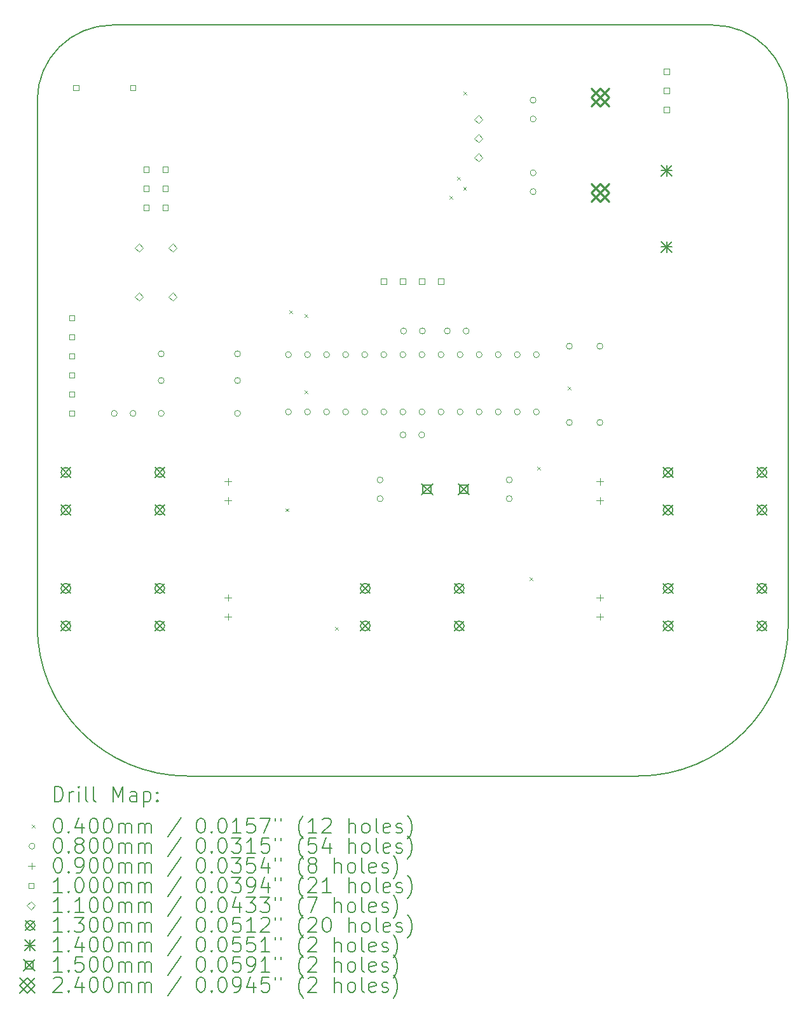
<source format=gbr>
%FSLAX45Y45*%
G04 Gerber Fmt 4.5, Leading zero omitted, Abs format (unit mm)*
G04 Created by KiCad (PCBNEW (5.99.0-12889-g70df3822b5)) date 2021-11-12 21:26:51*
%MOMM*%
%LPD*%
G01*
G04 APERTURE LIST*
%TA.AperFunction,Profile*%
%ADD10C,0.200000*%
%TD*%
%ADD11C,0.200000*%
%ADD12C,0.040000*%
%ADD13C,0.080000*%
%ADD14C,0.090000*%
%ADD15C,0.100000*%
%ADD16C,0.110000*%
%ADD17C,0.130000*%
%ADD18C,0.140000*%
%ADD19C,0.150000*%
%ADD20C,0.240000*%
G04 APERTURE END LIST*
D10*
X4445000Y-4953000D02*
X4445000Y-11953000D01*
X4445000Y-11953000D02*
G75*
G03*
X6445000Y-13953000I2000000J0D01*
G01*
X13445000Y-3953000D02*
X5445000Y-3953000D01*
X14445000Y-4953000D02*
G75*
G03*
X13445000Y-3953000I-1000000J0D01*
G01*
X5445000Y-3953000D02*
G75*
G03*
X4445000Y-4953000I0J-1000000D01*
G01*
X12445000Y-13953000D02*
G75*
G03*
X14445000Y-11953000I0J2000000D01*
G01*
X14445000Y-11953000D02*
X14445000Y-4953000D01*
X6445000Y-13953000D02*
X12445000Y-13953000D01*
D11*
D12*
X7748400Y-10390000D02*
X7788400Y-10430000D01*
X7788400Y-10390000D02*
X7748400Y-10430000D01*
X7803200Y-7752400D02*
X7843200Y-7792400D01*
X7843200Y-7752400D02*
X7803200Y-7792400D01*
X8006400Y-7803200D02*
X8046400Y-7843200D01*
X8046400Y-7803200D02*
X8006400Y-7843200D01*
X8006400Y-8819200D02*
X8046400Y-8859200D01*
X8046400Y-8819200D02*
X8006400Y-8859200D01*
X8412800Y-11968800D02*
X8452800Y-12008800D01*
X8452800Y-11968800D02*
X8412800Y-12008800D01*
X9936800Y-6228400D02*
X9976800Y-6268400D01*
X9976800Y-6228400D02*
X9936800Y-6268400D01*
X10038400Y-5974400D02*
X10078400Y-6014400D01*
X10078400Y-5974400D02*
X10038400Y-6014400D01*
X10118350Y-6106800D02*
X10158350Y-6146800D01*
X10158350Y-6106800D02*
X10118350Y-6146800D01*
X10119600Y-4836800D02*
X10159600Y-4876800D01*
X10159600Y-4836800D02*
X10119600Y-4876800D01*
X11003600Y-11308400D02*
X11043600Y-11348400D01*
X11043600Y-11308400D02*
X11003600Y-11348400D01*
X11105200Y-9835200D02*
X11145200Y-9875200D01*
X11145200Y-9835200D02*
X11105200Y-9875200D01*
X11511600Y-8768400D02*
X11551600Y-8808400D01*
X11551600Y-8768400D02*
X11511600Y-8808400D01*
D13*
X5510000Y-9124000D02*
G75*
G03*
X5510000Y-9124000I-40000J0D01*
G01*
X5760000Y-9124000D02*
G75*
G03*
X5760000Y-9124000I-40000J0D01*
G01*
X6136000Y-8331200D02*
G75*
G03*
X6136000Y-8331200I-40000J0D01*
G01*
X6136000Y-8686800D02*
G75*
G03*
X6136000Y-8686800I-40000J0D01*
G01*
X6136000Y-9124000D02*
G75*
G03*
X6136000Y-9124000I-40000J0D01*
G01*
X7152000Y-8331200D02*
G75*
G03*
X7152000Y-8331200I-40000J0D01*
G01*
X7152000Y-8686800D02*
G75*
G03*
X7152000Y-8686800I-40000J0D01*
G01*
X7152000Y-9124000D02*
G75*
G03*
X7152000Y-9124000I-40000J0D01*
G01*
X7830000Y-8343000D02*
G75*
G03*
X7830000Y-8343000I-40000J0D01*
G01*
X7830000Y-9105000D02*
G75*
G03*
X7830000Y-9105000I-40000J0D01*
G01*
X8084000Y-8343000D02*
G75*
G03*
X8084000Y-8343000I-40000J0D01*
G01*
X8084000Y-9105000D02*
G75*
G03*
X8084000Y-9105000I-40000J0D01*
G01*
X8338000Y-8343000D02*
G75*
G03*
X8338000Y-8343000I-40000J0D01*
G01*
X8338000Y-9105000D02*
G75*
G03*
X8338000Y-9105000I-40000J0D01*
G01*
X8592000Y-8343000D02*
G75*
G03*
X8592000Y-8343000I-40000J0D01*
G01*
X8592000Y-9105000D02*
G75*
G03*
X8592000Y-9105000I-40000J0D01*
G01*
X8846000Y-8343000D02*
G75*
G03*
X8846000Y-8343000I-40000J0D01*
G01*
X8846000Y-9105000D02*
G75*
G03*
X8846000Y-9105000I-40000J0D01*
G01*
X9050000Y-10010000D02*
G75*
G03*
X9050000Y-10010000I-40000J0D01*
G01*
X9050000Y-10260000D02*
G75*
G03*
X9050000Y-10260000I-40000J0D01*
G01*
X9100000Y-8343000D02*
G75*
G03*
X9100000Y-8343000I-40000J0D01*
G01*
X9100000Y-9105000D02*
G75*
G03*
X9100000Y-9105000I-40000J0D01*
G01*
X9354000Y-8343000D02*
G75*
G03*
X9354000Y-8343000I-40000J0D01*
G01*
X9354000Y-9105000D02*
G75*
G03*
X9354000Y-9105000I-40000J0D01*
G01*
X9355000Y-9410000D02*
G75*
G03*
X9355000Y-9410000I-40000J0D01*
G01*
X9363800Y-8026400D02*
G75*
G03*
X9363800Y-8026400I-40000J0D01*
G01*
X9605000Y-9410000D02*
G75*
G03*
X9605000Y-9410000I-40000J0D01*
G01*
X9608000Y-8343000D02*
G75*
G03*
X9608000Y-8343000I-40000J0D01*
G01*
X9608000Y-9105000D02*
G75*
G03*
X9608000Y-9105000I-40000J0D01*
G01*
X9613800Y-8026400D02*
G75*
G03*
X9613800Y-8026400I-40000J0D01*
G01*
X9862000Y-8343000D02*
G75*
G03*
X9862000Y-8343000I-40000J0D01*
G01*
X9862000Y-9105000D02*
G75*
G03*
X9862000Y-9105000I-40000J0D01*
G01*
X9946000Y-8026400D02*
G75*
G03*
X9946000Y-8026400I-40000J0D01*
G01*
X10116000Y-8343000D02*
G75*
G03*
X10116000Y-8343000I-40000J0D01*
G01*
X10116000Y-9105000D02*
G75*
G03*
X10116000Y-9105000I-40000J0D01*
G01*
X10196000Y-8026400D02*
G75*
G03*
X10196000Y-8026400I-40000J0D01*
G01*
X10370000Y-8343000D02*
G75*
G03*
X10370000Y-8343000I-40000J0D01*
G01*
X10370000Y-9105000D02*
G75*
G03*
X10370000Y-9105000I-40000J0D01*
G01*
X10624000Y-8343000D02*
G75*
G03*
X10624000Y-8343000I-40000J0D01*
G01*
X10624000Y-9105000D02*
G75*
G03*
X10624000Y-9105000I-40000J0D01*
G01*
X10770600Y-10009600D02*
G75*
G03*
X10770600Y-10009600I-40000J0D01*
G01*
X10770600Y-10259600D02*
G75*
G03*
X10770600Y-10259600I-40000J0D01*
G01*
X10878000Y-8343000D02*
G75*
G03*
X10878000Y-8343000I-40000J0D01*
G01*
X10878000Y-9105000D02*
G75*
G03*
X10878000Y-9105000I-40000J0D01*
G01*
X11089000Y-4953000D02*
G75*
G03*
X11089000Y-4953000I-40000J0D01*
G01*
X11089000Y-5203000D02*
G75*
G03*
X11089000Y-5203000I-40000J0D01*
G01*
X11089000Y-5920511D02*
G75*
G03*
X11089000Y-5920511I-40000J0D01*
G01*
X11089000Y-6170511D02*
G75*
G03*
X11089000Y-6170511I-40000J0D01*
G01*
X11132000Y-8343000D02*
G75*
G03*
X11132000Y-8343000I-40000J0D01*
G01*
X11132000Y-9105000D02*
G75*
G03*
X11132000Y-9105000I-40000J0D01*
G01*
X11571600Y-8229600D02*
G75*
G03*
X11571600Y-8229600I-40000J0D01*
G01*
X11571600Y-9245600D02*
G75*
G03*
X11571600Y-9245600I-40000J0D01*
G01*
X11978000Y-8229600D02*
G75*
G03*
X11978000Y-8229600I-40000J0D01*
G01*
X11978000Y-9245600D02*
G75*
G03*
X11978000Y-9245600I-40000J0D01*
G01*
D14*
X6985000Y-9987500D02*
X6985000Y-10077500D01*
X6940000Y-10032500D02*
X7030000Y-10032500D01*
X6985000Y-10241500D02*
X6985000Y-10331500D01*
X6940000Y-10286500D02*
X7030000Y-10286500D01*
X6985000Y-11531500D02*
X6985000Y-11621500D01*
X6940000Y-11576500D02*
X7030000Y-11576500D01*
X6985000Y-11785500D02*
X6985000Y-11875500D01*
X6940000Y-11830500D02*
X7030000Y-11830500D01*
X11938000Y-9987500D02*
X11938000Y-10077500D01*
X11893000Y-10032500D02*
X11983000Y-10032500D01*
X11938000Y-10241500D02*
X11938000Y-10331500D01*
X11893000Y-10286500D02*
X11983000Y-10286500D01*
X11938000Y-11531500D02*
X11938000Y-11621500D01*
X11893000Y-11576500D02*
X11983000Y-11576500D01*
X11938000Y-11785500D02*
X11938000Y-11875500D01*
X11893000Y-11830500D02*
X11983000Y-11830500D01*
D15*
X4942556Y-7889356D02*
X4942556Y-7818644D01*
X4871844Y-7818644D01*
X4871844Y-7889356D01*
X4942556Y-7889356D01*
X4942556Y-8143356D02*
X4942556Y-8072644D01*
X4871844Y-8072644D01*
X4871844Y-8143356D01*
X4942556Y-8143356D01*
X4942556Y-8397356D02*
X4942556Y-8326644D01*
X4871844Y-8326644D01*
X4871844Y-8397356D01*
X4942556Y-8397356D01*
X4942556Y-8651356D02*
X4942556Y-8580644D01*
X4871844Y-8580644D01*
X4871844Y-8651356D01*
X4942556Y-8651356D01*
X4942556Y-8905356D02*
X4942556Y-8834644D01*
X4871844Y-8834644D01*
X4871844Y-8905356D01*
X4942556Y-8905356D01*
X4942556Y-9159356D02*
X4942556Y-9088644D01*
X4871844Y-9088644D01*
X4871844Y-9159356D01*
X4942556Y-9159356D01*
X4995356Y-4825356D02*
X4995356Y-4754644D01*
X4924644Y-4754644D01*
X4924644Y-4825356D01*
X4995356Y-4825356D01*
X5755356Y-4825356D02*
X5755356Y-4754644D01*
X5684644Y-4754644D01*
X5684644Y-4825356D01*
X5755356Y-4825356D01*
X5932656Y-5909656D02*
X5932656Y-5838944D01*
X5861944Y-5838944D01*
X5861944Y-5909656D01*
X5932656Y-5909656D01*
X5932656Y-6163656D02*
X5932656Y-6092944D01*
X5861944Y-6092944D01*
X5861944Y-6163656D01*
X5932656Y-6163656D01*
X5932656Y-6417656D02*
X5932656Y-6346944D01*
X5861944Y-6346944D01*
X5861944Y-6417656D01*
X5932656Y-6417656D01*
X6186656Y-5909656D02*
X6186656Y-5838944D01*
X6115944Y-5838944D01*
X6115944Y-5909656D01*
X6186656Y-5909656D01*
X6186656Y-6163656D02*
X6186656Y-6092944D01*
X6115944Y-6092944D01*
X6115944Y-6163656D01*
X6186656Y-6163656D01*
X6186656Y-6417656D02*
X6186656Y-6346944D01*
X6115944Y-6346944D01*
X6115944Y-6417656D01*
X6186656Y-6417656D01*
X9094356Y-7401356D02*
X9094356Y-7330644D01*
X9023644Y-7330644D01*
X9023644Y-7401356D01*
X9094356Y-7401356D01*
X9348356Y-7401356D02*
X9348356Y-7330644D01*
X9277644Y-7330644D01*
X9277644Y-7401356D01*
X9348356Y-7401356D01*
X9602356Y-7401356D02*
X9602356Y-7330644D01*
X9531644Y-7330644D01*
X9531644Y-7401356D01*
X9602356Y-7401356D01*
X9856356Y-7401356D02*
X9856356Y-7330644D01*
X9785644Y-7330644D01*
X9785644Y-7401356D01*
X9856356Y-7401356D01*
X12862356Y-4605856D02*
X12862356Y-4535144D01*
X12791644Y-4535144D01*
X12791644Y-4605856D01*
X12862356Y-4605856D01*
X12862356Y-4859856D02*
X12862356Y-4789144D01*
X12791644Y-4789144D01*
X12791644Y-4859856D01*
X12862356Y-4859856D01*
X12862356Y-5113856D02*
X12862356Y-5043144D01*
X12791644Y-5043144D01*
X12791644Y-5113856D01*
X12862356Y-5113856D01*
D16*
X5799800Y-6974400D02*
X5854800Y-6919400D01*
X5799800Y-6864400D01*
X5744800Y-6919400D01*
X5799800Y-6974400D01*
X5799800Y-7624400D02*
X5854800Y-7569400D01*
X5799800Y-7514400D01*
X5744800Y-7569400D01*
X5799800Y-7624400D01*
X6249800Y-6974400D02*
X6304800Y-6919400D01*
X6249800Y-6864400D01*
X6194800Y-6919400D01*
X6249800Y-6974400D01*
X6249800Y-7624400D02*
X6304800Y-7569400D01*
X6249800Y-7514400D01*
X6194800Y-7569400D01*
X6249800Y-7624400D01*
X10321000Y-5262000D02*
X10376000Y-5207000D01*
X10321000Y-5152000D01*
X10266000Y-5207000D01*
X10321000Y-5262000D01*
X10321000Y-5516000D02*
X10376000Y-5461000D01*
X10321000Y-5406000D01*
X10266000Y-5461000D01*
X10321000Y-5516000D01*
X10321000Y-5770000D02*
X10376000Y-5715000D01*
X10321000Y-5660000D01*
X10266000Y-5715000D01*
X10321000Y-5770000D01*
D17*
X4761000Y-9845000D02*
X4891000Y-9975000D01*
X4891000Y-9845000D02*
X4761000Y-9975000D01*
X4891000Y-9910000D02*
G75*
G03*
X4891000Y-9910000I-65000J0D01*
G01*
X4761000Y-10345000D02*
X4891000Y-10475000D01*
X4891000Y-10345000D02*
X4761000Y-10475000D01*
X4891000Y-10410000D02*
G75*
G03*
X4891000Y-10410000I-65000J0D01*
G01*
X4761000Y-11389000D02*
X4891000Y-11519000D01*
X4891000Y-11389000D02*
X4761000Y-11519000D01*
X4891000Y-11454000D02*
G75*
G03*
X4891000Y-11454000I-65000J0D01*
G01*
X4761000Y-11889000D02*
X4891000Y-12019000D01*
X4891000Y-11889000D02*
X4761000Y-12019000D01*
X4891000Y-11954000D02*
G75*
G03*
X4891000Y-11954000I-65000J0D01*
G01*
X6011000Y-9845000D02*
X6141000Y-9975000D01*
X6141000Y-9845000D02*
X6011000Y-9975000D01*
X6141000Y-9910000D02*
G75*
G03*
X6141000Y-9910000I-65000J0D01*
G01*
X6011000Y-10345000D02*
X6141000Y-10475000D01*
X6141000Y-10345000D02*
X6011000Y-10475000D01*
X6141000Y-10410000D02*
G75*
G03*
X6141000Y-10410000I-65000J0D01*
G01*
X6011000Y-11389000D02*
X6141000Y-11519000D01*
X6141000Y-11389000D02*
X6011000Y-11519000D01*
X6141000Y-11454000D02*
G75*
G03*
X6141000Y-11454000I-65000J0D01*
G01*
X6011000Y-11889000D02*
X6141000Y-12019000D01*
X6141000Y-11889000D02*
X6011000Y-12019000D01*
X6141000Y-11954000D02*
G75*
G03*
X6141000Y-11954000I-65000J0D01*
G01*
X8749000Y-11389000D02*
X8879000Y-11519000D01*
X8879000Y-11389000D02*
X8749000Y-11519000D01*
X8879000Y-11454000D02*
G75*
G03*
X8879000Y-11454000I-65000J0D01*
G01*
X8749000Y-11889000D02*
X8879000Y-12019000D01*
X8879000Y-11889000D02*
X8749000Y-12019000D01*
X8879000Y-11954000D02*
G75*
G03*
X8879000Y-11954000I-65000J0D01*
G01*
X9999000Y-11389000D02*
X10129000Y-11519000D01*
X10129000Y-11389000D02*
X9999000Y-11519000D01*
X10129000Y-11454000D02*
G75*
G03*
X10129000Y-11454000I-65000J0D01*
G01*
X9999000Y-11889000D02*
X10129000Y-12019000D01*
X10129000Y-11889000D02*
X9999000Y-12019000D01*
X10129000Y-11954000D02*
G75*
G03*
X10129000Y-11954000I-65000J0D01*
G01*
X12782000Y-9845000D02*
X12912000Y-9975000D01*
X12912000Y-9845000D02*
X12782000Y-9975000D01*
X12912000Y-9910000D02*
G75*
G03*
X12912000Y-9910000I-65000J0D01*
G01*
X12782000Y-10345000D02*
X12912000Y-10475000D01*
X12912000Y-10345000D02*
X12782000Y-10475000D01*
X12912000Y-10410000D02*
G75*
G03*
X12912000Y-10410000I-65000J0D01*
G01*
X12782000Y-11389000D02*
X12912000Y-11519000D01*
X12912000Y-11389000D02*
X12782000Y-11519000D01*
X12912000Y-11454000D02*
G75*
G03*
X12912000Y-11454000I-65000J0D01*
G01*
X12782000Y-11889000D02*
X12912000Y-12019000D01*
X12912000Y-11889000D02*
X12782000Y-12019000D01*
X12912000Y-11954000D02*
G75*
G03*
X12912000Y-11954000I-65000J0D01*
G01*
X14032000Y-9845000D02*
X14162000Y-9975000D01*
X14162000Y-9845000D02*
X14032000Y-9975000D01*
X14162000Y-9910000D02*
G75*
G03*
X14162000Y-9910000I-65000J0D01*
G01*
X14032000Y-10345000D02*
X14162000Y-10475000D01*
X14162000Y-10345000D02*
X14032000Y-10475000D01*
X14162000Y-10410000D02*
G75*
G03*
X14162000Y-10410000I-65000J0D01*
G01*
X14032000Y-11389000D02*
X14162000Y-11519000D01*
X14162000Y-11389000D02*
X14032000Y-11519000D01*
X14162000Y-11454000D02*
G75*
G03*
X14162000Y-11454000I-65000J0D01*
G01*
X14032000Y-11889000D02*
X14162000Y-12019000D01*
X14162000Y-11889000D02*
X14032000Y-12019000D01*
X14162000Y-11954000D02*
G75*
G03*
X14162000Y-11954000I-65000J0D01*
G01*
D18*
X12757000Y-5822000D02*
X12897000Y-5962000D01*
X12897000Y-5822000D02*
X12757000Y-5962000D01*
X12827000Y-5822000D02*
X12827000Y-5962000D01*
X12757000Y-5892000D02*
X12897000Y-5892000D01*
X12757000Y-6838000D02*
X12897000Y-6978000D01*
X12897000Y-6838000D02*
X12757000Y-6978000D01*
X12827000Y-6838000D02*
X12827000Y-6978000D01*
X12757000Y-6908000D02*
X12897000Y-6908000D01*
D19*
X9560600Y-10059600D02*
X9710600Y-10209600D01*
X9710600Y-10059600D02*
X9560600Y-10209600D01*
X9688634Y-10187634D02*
X9688634Y-10081567D01*
X9582567Y-10081567D01*
X9582567Y-10187634D01*
X9688634Y-10187634D01*
X10050600Y-10059600D02*
X10200600Y-10209600D01*
X10200600Y-10059600D02*
X10050600Y-10209600D01*
X10178634Y-10187634D02*
X10178634Y-10081567D01*
X10072567Y-10081567D01*
X10072567Y-10187634D01*
X10178634Y-10187634D01*
D20*
X11820000Y-4795000D02*
X12060000Y-5035000D01*
X12060000Y-4795000D02*
X11820000Y-5035000D01*
X11940000Y-5035000D02*
X12060000Y-4915000D01*
X11940000Y-4795000D01*
X11820000Y-4915000D01*
X11940000Y-5035000D01*
X11820000Y-6065000D02*
X12060000Y-6305000D01*
X12060000Y-6065000D02*
X11820000Y-6305000D01*
X11940000Y-6305000D02*
X12060000Y-6185000D01*
X11940000Y-6065000D01*
X11820000Y-6185000D01*
X11940000Y-6305000D01*
D11*
X4672619Y-14293476D02*
X4672619Y-14093476D01*
X4720238Y-14093476D01*
X4748810Y-14103000D01*
X4767857Y-14122048D01*
X4777381Y-14141095D01*
X4786905Y-14179190D01*
X4786905Y-14207762D01*
X4777381Y-14245857D01*
X4767857Y-14264905D01*
X4748810Y-14283952D01*
X4720238Y-14293476D01*
X4672619Y-14293476D01*
X4872619Y-14293476D02*
X4872619Y-14160143D01*
X4872619Y-14198238D02*
X4882143Y-14179190D01*
X4891667Y-14169667D01*
X4910714Y-14160143D01*
X4929762Y-14160143D01*
X4996429Y-14293476D02*
X4996429Y-14160143D01*
X4996429Y-14093476D02*
X4986905Y-14103000D01*
X4996429Y-14112524D01*
X5005952Y-14103000D01*
X4996429Y-14093476D01*
X4996429Y-14112524D01*
X5120238Y-14293476D02*
X5101190Y-14283952D01*
X5091667Y-14264905D01*
X5091667Y-14093476D01*
X5225000Y-14293476D02*
X5205952Y-14283952D01*
X5196429Y-14264905D01*
X5196429Y-14093476D01*
X5453571Y-14293476D02*
X5453571Y-14093476D01*
X5520238Y-14236333D01*
X5586905Y-14093476D01*
X5586905Y-14293476D01*
X5767857Y-14293476D02*
X5767857Y-14188714D01*
X5758333Y-14169667D01*
X5739286Y-14160143D01*
X5701190Y-14160143D01*
X5682143Y-14169667D01*
X5767857Y-14283952D02*
X5748809Y-14293476D01*
X5701190Y-14293476D01*
X5682143Y-14283952D01*
X5672619Y-14264905D01*
X5672619Y-14245857D01*
X5682143Y-14226809D01*
X5701190Y-14217286D01*
X5748809Y-14217286D01*
X5767857Y-14207762D01*
X5863095Y-14160143D02*
X5863095Y-14360143D01*
X5863095Y-14169667D02*
X5882143Y-14160143D01*
X5920238Y-14160143D01*
X5939286Y-14169667D01*
X5948809Y-14179190D01*
X5958333Y-14198238D01*
X5958333Y-14255381D01*
X5948809Y-14274428D01*
X5939286Y-14283952D01*
X5920238Y-14293476D01*
X5882143Y-14293476D01*
X5863095Y-14283952D01*
X6044048Y-14274428D02*
X6053571Y-14283952D01*
X6044048Y-14293476D01*
X6034524Y-14283952D01*
X6044048Y-14274428D01*
X6044048Y-14293476D01*
X6044048Y-14169667D02*
X6053571Y-14179190D01*
X6044048Y-14188714D01*
X6034524Y-14179190D01*
X6044048Y-14169667D01*
X6044048Y-14188714D01*
D12*
X4375000Y-14603000D02*
X4415000Y-14643000D01*
X4415000Y-14603000D02*
X4375000Y-14643000D01*
D11*
X4710714Y-14513476D02*
X4729762Y-14513476D01*
X4748810Y-14523000D01*
X4758333Y-14532524D01*
X4767857Y-14551571D01*
X4777381Y-14589667D01*
X4777381Y-14637286D01*
X4767857Y-14675381D01*
X4758333Y-14694428D01*
X4748810Y-14703952D01*
X4729762Y-14713476D01*
X4710714Y-14713476D01*
X4691667Y-14703952D01*
X4682143Y-14694428D01*
X4672619Y-14675381D01*
X4663095Y-14637286D01*
X4663095Y-14589667D01*
X4672619Y-14551571D01*
X4682143Y-14532524D01*
X4691667Y-14523000D01*
X4710714Y-14513476D01*
X4863095Y-14694428D02*
X4872619Y-14703952D01*
X4863095Y-14713476D01*
X4853571Y-14703952D01*
X4863095Y-14694428D01*
X4863095Y-14713476D01*
X5044048Y-14580143D02*
X5044048Y-14713476D01*
X4996429Y-14503952D02*
X4948810Y-14646809D01*
X5072619Y-14646809D01*
X5186905Y-14513476D02*
X5205952Y-14513476D01*
X5225000Y-14523000D01*
X5234524Y-14532524D01*
X5244048Y-14551571D01*
X5253571Y-14589667D01*
X5253571Y-14637286D01*
X5244048Y-14675381D01*
X5234524Y-14694428D01*
X5225000Y-14703952D01*
X5205952Y-14713476D01*
X5186905Y-14713476D01*
X5167857Y-14703952D01*
X5158333Y-14694428D01*
X5148810Y-14675381D01*
X5139286Y-14637286D01*
X5139286Y-14589667D01*
X5148810Y-14551571D01*
X5158333Y-14532524D01*
X5167857Y-14523000D01*
X5186905Y-14513476D01*
X5377381Y-14513476D02*
X5396429Y-14513476D01*
X5415476Y-14523000D01*
X5425000Y-14532524D01*
X5434524Y-14551571D01*
X5444048Y-14589667D01*
X5444048Y-14637286D01*
X5434524Y-14675381D01*
X5425000Y-14694428D01*
X5415476Y-14703952D01*
X5396429Y-14713476D01*
X5377381Y-14713476D01*
X5358333Y-14703952D01*
X5348810Y-14694428D01*
X5339286Y-14675381D01*
X5329762Y-14637286D01*
X5329762Y-14589667D01*
X5339286Y-14551571D01*
X5348810Y-14532524D01*
X5358333Y-14523000D01*
X5377381Y-14513476D01*
X5529762Y-14713476D02*
X5529762Y-14580143D01*
X5529762Y-14599190D02*
X5539286Y-14589667D01*
X5558333Y-14580143D01*
X5586905Y-14580143D01*
X5605952Y-14589667D01*
X5615476Y-14608714D01*
X5615476Y-14713476D01*
X5615476Y-14608714D02*
X5625000Y-14589667D01*
X5644048Y-14580143D01*
X5672619Y-14580143D01*
X5691667Y-14589667D01*
X5701190Y-14608714D01*
X5701190Y-14713476D01*
X5796428Y-14713476D02*
X5796428Y-14580143D01*
X5796428Y-14599190D02*
X5805952Y-14589667D01*
X5825000Y-14580143D01*
X5853571Y-14580143D01*
X5872619Y-14589667D01*
X5882143Y-14608714D01*
X5882143Y-14713476D01*
X5882143Y-14608714D02*
X5891667Y-14589667D01*
X5910714Y-14580143D01*
X5939286Y-14580143D01*
X5958333Y-14589667D01*
X5967857Y-14608714D01*
X5967857Y-14713476D01*
X6358333Y-14503952D02*
X6186905Y-14761095D01*
X6615476Y-14513476D02*
X6634524Y-14513476D01*
X6653571Y-14523000D01*
X6663095Y-14532524D01*
X6672619Y-14551571D01*
X6682143Y-14589667D01*
X6682143Y-14637286D01*
X6672619Y-14675381D01*
X6663095Y-14694428D01*
X6653571Y-14703952D01*
X6634524Y-14713476D01*
X6615476Y-14713476D01*
X6596428Y-14703952D01*
X6586905Y-14694428D01*
X6577381Y-14675381D01*
X6567857Y-14637286D01*
X6567857Y-14589667D01*
X6577381Y-14551571D01*
X6586905Y-14532524D01*
X6596428Y-14523000D01*
X6615476Y-14513476D01*
X6767857Y-14694428D02*
X6777381Y-14703952D01*
X6767857Y-14713476D01*
X6758333Y-14703952D01*
X6767857Y-14694428D01*
X6767857Y-14713476D01*
X6901190Y-14513476D02*
X6920238Y-14513476D01*
X6939286Y-14523000D01*
X6948809Y-14532524D01*
X6958333Y-14551571D01*
X6967857Y-14589667D01*
X6967857Y-14637286D01*
X6958333Y-14675381D01*
X6948809Y-14694428D01*
X6939286Y-14703952D01*
X6920238Y-14713476D01*
X6901190Y-14713476D01*
X6882143Y-14703952D01*
X6872619Y-14694428D01*
X6863095Y-14675381D01*
X6853571Y-14637286D01*
X6853571Y-14589667D01*
X6863095Y-14551571D01*
X6872619Y-14532524D01*
X6882143Y-14523000D01*
X6901190Y-14513476D01*
X7158333Y-14713476D02*
X7044048Y-14713476D01*
X7101190Y-14713476D02*
X7101190Y-14513476D01*
X7082143Y-14542048D01*
X7063095Y-14561095D01*
X7044048Y-14570619D01*
X7339286Y-14513476D02*
X7244048Y-14513476D01*
X7234524Y-14608714D01*
X7244048Y-14599190D01*
X7263095Y-14589667D01*
X7310714Y-14589667D01*
X7329762Y-14599190D01*
X7339286Y-14608714D01*
X7348809Y-14627762D01*
X7348809Y-14675381D01*
X7339286Y-14694428D01*
X7329762Y-14703952D01*
X7310714Y-14713476D01*
X7263095Y-14713476D01*
X7244048Y-14703952D01*
X7234524Y-14694428D01*
X7415476Y-14513476D02*
X7548809Y-14513476D01*
X7463095Y-14713476D01*
X7615476Y-14513476D02*
X7615476Y-14551571D01*
X7691667Y-14513476D02*
X7691667Y-14551571D01*
X7986905Y-14789667D02*
X7977381Y-14780143D01*
X7958333Y-14751571D01*
X7948809Y-14732524D01*
X7939286Y-14703952D01*
X7929762Y-14656333D01*
X7929762Y-14618238D01*
X7939286Y-14570619D01*
X7948809Y-14542048D01*
X7958333Y-14523000D01*
X7977381Y-14494428D01*
X7986905Y-14484905D01*
X8167857Y-14713476D02*
X8053571Y-14713476D01*
X8110714Y-14713476D02*
X8110714Y-14513476D01*
X8091667Y-14542048D01*
X8072619Y-14561095D01*
X8053571Y-14570619D01*
X8244048Y-14532524D02*
X8253571Y-14523000D01*
X8272619Y-14513476D01*
X8320238Y-14513476D01*
X8339286Y-14523000D01*
X8348809Y-14532524D01*
X8358333Y-14551571D01*
X8358333Y-14570619D01*
X8348809Y-14599190D01*
X8234524Y-14713476D01*
X8358333Y-14713476D01*
X8596429Y-14713476D02*
X8596429Y-14513476D01*
X8682143Y-14713476D02*
X8682143Y-14608714D01*
X8672619Y-14589667D01*
X8653571Y-14580143D01*
X8625000Y-14580143D01*
X8605952Y-14589667D01*
X8596429Y-14599190D01*
X8805952Y-14713476D02*
X8786905Y-14703952D01*
X8777381Y-14694428D01*
X8767857Y-14675381D01*
X8767857Y-14618238D01*
X8777381Y-14599190D01*
X8786905Y-14589667D01*
X8805952Y-14580143D01*
X8834524Y-14580143D01*
X8853571Y-14589667D01*
X8863095Y-14599190D01*
X8872619Y-14618238D01*
X8872619Y-14675381D01*
X8863095Y-14694428D01*
X8853571Y-14703952D01*
X8834524Y-14713476D01*
X8805952Y-14713476D01*
X8986905Y-14713476D02*
X8967857Y-14703952D01*
X8958333Y-14684905D01*
X8958333Y-14513476D01*
X9139286Y-14703952D02*
X9120238Y-14713476D01*
X9082143Y-14713476D01*
X9063095Y-14703952D01*
X9053571Y-14684905D01*
X9053571Y-14608714D01*
X9063095Y-14589667D01*
X9082143Y-14580143D01*
X9120238Y-14580143D01*
X9139286Y-14589667D01*
X9148810Y-14608714D01*
X9148810Y-14627762D01*
X9053571Y-14646809D01*
X9225000Y-14703952D02*
X9244048Y-14713476D01*
X9282143Y-14713476D01*
X9301190Y-14703952D01*
X9310714Y-14684905D01*
X9310714Y-14675381D01*
X9301190Y-14656333D01*
X9282143Y-14646809D01*
X9253571Y-14646809D01*
X9234524Y-14637286D01*
X9225000Y-14618238D01*
X9225000Y-14608714D01*
X9234524Y-14589667D01*
X9253571Y-14580143D01*
X9282143Y-14580143D01*
X9301190Y-14589667D01*
X9377381Y-14789667D02*
X9386905Y-14780143D01*
X9405952Y-14751571D01*
X9415476Y-14732524D01*
X9425000Y-14703952D01*
X9434524Y-14656333D01*
X9434524Y-14618238D01*
X9425000Y-14570619D01*
X9415476Y-14542048D01*
X9405952Y-14523000D01*
X9386905Y-14494428D01*
X9377381Y-14484905D01*
D13*
X4415000Y-14887000D02*
G75*
G03*
X4415000Y-14887000I-40000J0D01*
G01*
D11*
X4710714Y-14777476D02*
X4729762Y-14777476D01*
X4748810Y-14787000D01*
X4758333Y-14796524D01*
X4767857Y-14815571D01*
X4777381Y-14853667D01*
X4777381Y-14901286D01*
X4767857Y-14939381D01*
X4758333Y-14958428D01*
X4748810Y-14967952D01*
X4729762Y-14977476D01*
X4710714Y-14977476D01*
X4691667Y-14967952D01*
X4682143Y-14958428D01*
X4672619Y-14939381D01*
X4663095Y-14901286D01*
X4663095Y-14853667D01*
X4672619Y-14815571D01*
X4682143Y-14796524D01*
X4691667Y-14787000D01*
X4710714Y-14777476D01*
X4863095Y-14958428D02*
X4872619Y-14967952D01*
X4863095Y-14977476D01*
X4853571Y-14967952D01*
X4863095Y-14958428D01*
X4863095Y-14977476D01*
X4986905Y-14863190D02*
X4967857Y-14853667D01*
X4958333Y-14844143D01*
X4948810Y-14825095D01*
X4948810Y-14815571D01*
X4958333Y-14796524D01*
X4967857Y-14787000D01*
X4986905Y-14777476D01*
X5025000Y-14777476D01*
X5044048Y-14787000D01*
X5053571Y-14796524D01*
X5063095Y-14815571D01*
X5063095Y-14825095D01*
X5053571Y-14844143D01*
X5044048Y-14853667D01*
X5025000Y-14863190D01*
X4986905Y-14863190D01*
X4967857Y-14872714D01*
X4958333Y-14882238D01*
X4948810Y-14901286D01*
X4948810Y-14939381D01*
X4958333Y-14958428D01*
X4967857Y-14967952D01*
X4986905Y-14977476D01*
X5025000Y-14977476D01*
X5044048Y-14967952D01*
X5053571Y-14958428D01*
X5063095Y-14939381D01*
X5063095Y-14901286D01*
X5053571Y-14882238D01*
X5044048Y-14872714D01*
X5025000Y-14863190D01*
X5186905Y-14777476D02*
X5205952Y-14777476D01*
X5225000Y-14787000D01*
X5234524Y-14796524D01*
X5244048Y-14815571D01*
X5253571Y-14853667D01*
X5253571Y-14901286D01*
X5244048Y-14939381D01*
X5234524Y-14958428D01*
X5225000Y-14967952D01*
X5205952Y-14977476D01*
X5186905Y-14977476D01*
X5167857Y-14967952D01*
X5158333Y-14958428D01*
X5148810Y-14939381D01*
X5139286Y-14901286D01*
X5139286Y-14853667D01*
X5148810Y-14815571D01*
X5158333Y-14796524D01*
X5167857Y-14787000D01*
X5186905Y-14777476D01*
X5377381Y-14777476D02*
X5396429Y-14777476D01*
X5415476Y-14787000D01*
X5425000Y-14796524D01*
X5434524Y-14815571D01*
X5444048Y-14853667D01*
X5444048Y-14901286D01*
X5434524Y-14939381D01*
X5425000Y-14958428D01*
X5415476Y-14967952D01*
X5396429Y-14977476D01*
X5377381Y-14977476D01*
X5358333Y-14967952D01*
X5348810Y-14958428D01*
X5339286Y-14939381D01*
X5329762Y-14901286D01*
X5329762Y-14853667D01*
X5339286Y-14815571D01*
X5348810Y-14796524D01*
X5358333Y-14787000D01*
X5377381Y-14777476D01*
X5529762Y-14977476D02*
X5529762Y-14844143D01*
X5529762Y-14863190D02*
X5539286Y-14853667D01*
X5558333Y-14844143D01*
X5586905Y-14844143D01*
X5605952Y-14853667D01*
X5615476Y-14872714D01*
X5615476Y-14977476D01*
X5615476Y-14872714D02*
X5625000Y-14853667D01*
X5644048Y-14844143D01*
X5672619Y-14844143D01*
X5691667Y-14853667D01*
X5701190Y-14872714D01*
X5701190Y-14977476D01*
X5796428Y-14977476D02*
X5796428Y-14844143D01*
X5796428Y-14863190D02*
X5805952Y-14853667D01*
X5825000Y-14844143D01*
X5853571Y-14844143D01*
X5872619Y-14853667D01*
X5882143Y-14872714D01*
X5882143Y-14977476D01*
X5882143Y-14872714D02*
X5891667Y-14853667D01*
X5910714Y-14844143D01*
X5939286Y-14844143D01*
X5958333Y-14853667D01*
X5967857Y-14872714D01*
X5967857Y-14977476D01*
X6358333Y-14767952D02*
X6186905Y-15025095D01*
X6615476Y-14777476D02*
X6634524Y-14777476D01*
X6653571Y-14787000D01*
X6663095Y-14796524D01*
X6672619Y-14815571D01*
X6682143Y-14853667D01*
X6682143Y-14901286D01*
X6672619Y-14939381D01*
X6663095Y-14958428D01*
X6653571Y-14967952D01*
X6634524Y-14977476D01*
X6615476Y-14977476D01*
X6596428Y-14967952D01*
X6586905Y-14958428D01*
X6577381Y-14939381D01*
X6567857Y-14901286D01*
X6567857Y-14853667D01*
X6577381Y-14815571D01*
X6586905Y-14796524D01*
X6596428Y-14787000D01*
X6615476Y-14777476D01*
X6767857Y-14958428D02*
X6777381Y-14967952D01*
X6767857Y-14977476D01*
X6758333Y-14967952D01*
X6767857Y-14958428D01*
X6767857Y-14977476D01*
X6901190Y-14777476D02*
X6920238Y-14777476D01*
X6939286Y-14787000D01*
X6948809Y-14796524D01*
X6958333Y-14815571D01*
X6967857Y-14853667D01*
X6967857Y-14901286D01*
X6958333Y-14939381D01*
X6948809Y-14958428D01*
X6939286Y-14967952D01*
X6920238Y-14977476D01*
X6901190Y-14977476D01*
X6882143Y-14967952D01*
X6872619Y-14958428D01*
X6863095Y-14939381D01*
X6853571Y-14901286D01*
X6853571Y-14853667D01*
X6863095Y-14815571D01*
X6872619Y-14796524D01*
X6882143Y-14787000D01*
X6901190Y-14777476D01*
X7034524Y-14777476D02*
X7158333Y-14777476D01*
X7091667Y-14853667D01*
X7120238Y-14853667D01*
X7139286Y-14863190D01*
X7148809Y-14872714D01*
X7158333Y-14891762D01*
X7158333Y-14939381D01*
X7148809Y-14958428D01*
X7139286Y-14967952D01*
X7120238Y-14977476D01*
X7063095Y-14977476D01*
X7044048Y-14967952D01*
X7034524Y-14958428D01*
X7348809Y-14977476D02*
X7234524Y-14977476D01*
X7291667Y-14977476D02*
X7291667Y-14777476D01*
X7272619Y-14806048D01*
X7253571Y-14825095D01*
X7234524Y-14834619D01*
X7529762Y-14777476D02*
X7434524Y-14777476D01*
X7425000Y-14872714D01*
X7434524Y-14863190D01*
X7453571Y-14853667D01*
X7501190Y-14853667D01*
X7520238Y-14863190D01*
X7529762Y-14872714D01*
X7539286Y-14891762D01*
X7539286Y-14939381D01*
X7529762Y-14958428D01*
X7520238Y-14967952D01*
X7501190Y-14977476D01*
X7453571Y-14977476D01*
X7434524Y-14967952D01*
X7425000Y-14958428D01*
X7615476Y-14777476D02*
X7615476Y-14815571D01*
X7691667Y-14777476D02*
X7691667Y-14815571D01*
X7986905Y-15053667D02*
X7977381Y-15044143D01*
X7958333Y-15015571D01*
X7948809Y-14996524D01*
X7939286Y-14967952D01*
X7929762Y-14920333D01*
X7929762Y-14882238D01*
X7939286Y-14834619D01*
X7948809Y-14806048D01*
X7958333Y-14787000D01*
X7977381Y-14758428D01*
X7986905Y-14748905D01*
X8158333Y-14777476D02*
X8063095Y-14777476D01*
X8053571Y-14872714D01*
X8063095Y-14863190D01*
X8082143Y-14853667D01*
X8129762Y-14853667D01*
X8148809Y-14863190D01*
X8158333Y-14872714D01*
X8167857Y-14891762D01*
X8167857Y-14939381D01*
X8158333Y-14958428D01*
X8148809Y-14967952D01*
X8129762Y-14977476D01*
X8082143Y-14977476D01*
X8063095Y-14967952D01*
X8053571Y-14958428D01*
X8339286Y-14844143D02*
X8339286Y-14977476D01*
X8291667Y-14767952D02*
X8244048Y-14910809D01*
X8367857Y-14910809D01*
X8596429Y-14977476D02*
X8596429Y-14777476D01*
X8682143Y-14977476D02*
X8682143Y-14872714D01*
X8672619Y-14853667D01*
X8653571Y-14844143D01*
X8625000Y-14844143D01*
X8605952Y-14853667D01*
X8596429Y-14863190D01*
X8805952Y-14977476D02*
X8786905Y-14967952D01*
X8777381Y-14958428D01*
X8767857Y-14939381D01*
X8767857Y-14882238D01*
X8777381Y-14863190D01*
X8786905Y-14853667D01*
X8805952Y-14844143D01*
X8834524Y-14844143D01*
X8853571Y-14853667D01*
X8863095Y-14863190D01*
X8872619Y-14882238D01*
X8872619Y-14939381D01*
X8863095Y-14958428D01*
X8853571Y-14967952D01*
X8834524Y-14977476D01*
X8805952Y-14977476D01*
X8986905Y-14977476D02*
X8967857Y-14967952D01*
X8958333Y-14948905D01*
X8958333Y-14777476D01*
X9139286Y-14967952D02*
X9120238Y-14977476D01*
X9082143Y-14977476D01*
X9063095Y-14967952D01*
X9053571Y-14948905D01*
X9053571Y-14872714D01*
X9063095Y-14853667D01*
X9082143Y-14844143D01*
X9120238Y-14844143D01*
X9139286Y-14853667D01*
X9148810Y-14872714D01*
X9148810Y-14891762D01*
X9053571Y-14910809D01*
X9225000Y-14967952D02*
X9244048Y-14977476D01*
X9282143Y-14977476D01*
X9301190Y-14967952D01*
X9310714Y-14948905D01*
X9310714Y-14939381D01*
X9301190Y-14920333D01*
X9282143Y-14910809D01*
X9253571Y-14910809D01*
X9234524Y-14901286D01*
X9225000Y-14882238D01*
X9225000Y-14872714D01*
X9234524Y-14853667D01*
X9253571Y-14844143D01*
X9282143Y-14844143D01*
X9301190Y-14853667D01*
X9377381Y-15053667D02*
X9386905Y-15044143D01*
X9405952Y-15015571D01*
X9415476Y-14996524D01*
X9425000Y-14967952D01*
X9434524Y-14920333D01*
X9434524Y-14882238D01*
X9425000Y-14834619D01*
X9415476Y-14806048D01*
X9405952Y-14787000D01*
X9386905Y-14758428D01*
X9377381Y-14748905D01*
D14*
X4370000Y-15106000D02*
X4370000Y-15196000D01*
X4325000Y-15151000D02*
X4415000Y-15151000D01*
D11*
X4710714Y-15041476D02*
X4729762Y-15041476D01*
X4748810Y-15051000D01*
X4758333Y-15060524D01*
X4767857Y-15079571D01*
X4777381Y-15117667D01*
X4777381Y-15165286D01*
X4767857Y-15203381D01*
X4758333Y-15222428D01*
X4748810Y-15231952D01*
X4729762Y-15241476D01*
X4710714Y-15241476D01*
X4691667Y-15231952D01*
X4682143Y-15222428D01*
X4672619Y-15203381D01*
X4663095Y-15165286D01*
X4663095Y-15117667D01*
X4672619Y-15079571D01*
X4682143Y-15060524D01*
X4691667Y-15051000D01*
X4710714Y-15041476D01*
X4863095Y-15222428D02*
X4872619Y-15231952D01*
X4863095Y-15241476D01*
X4853571Y-15231952D01*
X4863095Y-15222428D01*
X4863095Y-15241476D01*
X4967857Y-15241476D02*
X5005952Y-15241476D01*
X5025000Y-15231952D01*
X5034524Y-15222428D01*
X5053571Y-15193857D01*
X5063095Y-15155762D01*
X5063095Y-15079571D01*
X5053571Y-15060524D01*
X5044048Y-15051000D01*
X5025000Y-15041476D01*
X4986905Y-15041476D01*
X4967857Y-15051000D01*
X4958333Y-15060524D01*
X4948810Y-15079571D01*
X4948810Y-15127190D01*
X4958333Y-15146238D01*
X4967857Y-15155762D01*
X4986905Y-15165286D01*
X5025000Y-15165286D01*
X5044048Y-15155762D01*
X5053571Y-15146238D01*
X5063095Y-15127190D01*
X5186905Y-15041476D02*
X5205952Y-15041476D01*
X5225000Y-15051000D01*
X5234524Y-15060524D01*
X5244048Y-15079571D01*
X5253571Y-15117667D01*
X5253571Y-15165286D01*
X5244048Y-15203381D01*
X5234524Y-15222428D01*
X5225000Y-15231952D01*
X5205952Y-15241476D01*
X5186905Y-15241476D01*
X5167857Y-15231952D01*
X5158333Y-15222428D01*
X5148810Y-15203381D01*
X5139286Y-15165286D01*
X5139286Y-15117667D01*
X5148810Y-15079571D01*
X5158333Y-15060524D01*
X5167857Y-15051000D01*
X5186905Y-15041476D01*
X5377381Y-15041476D02*
X5396429Y-15041476D01*
X5415476Y-15051000D01*
X5425000Y-15060524D01*
X5434524Y-15079571D01*
X5444048Y-15117667D01*
X5444048Y-15165286D01*
X5434524Y-15203381D01*
X5425000Y-15222428D01*
X5415476Y-15231952D01*
X5396429Y-15241476D01*
X5377381Y-15241476D01*
X5358333Y-15231952D01*
X5348810Y-15222428D01*
X5339286Y-15203381D01*
X5329762Y-15165286D01*
X5329762Y-15117667D01*
X5339286Y-15079571D01*
X5348810Y-15060524D01*
X5358333Y-15051000D01*
X5377381Y-15041476D01*
X5529762Y-15241476D02*
X5529762Y-15108143D01*
X5529762Y-15127190D02*
X5539286Y-15117667D01*
X5558333Y-15108143D01*
X5586905Y-15108143D01*
X5605952Y-15117667D01*
X5615476Y-15136714D01*
X5615476Y-15241476D01*
X5615476Y-15136714D02*
X5625000Y-15117667D01*
X5644048Y-15108143D01*
X5672619Y-15108143D01*
X5691667Y-15117667D01*
X5701190Y-15136714D01*
X5701190Y-15241476D01*
X5796428Y-15241476D02*
X5796428Y-15108143D01*
X5796428Y-15127190D02*
X5805952Y-15117667D01*
X5825000Y-15108143D01*
X5853571Y-15108143D01*
X5872619Y-15117667D01*
X5882143Y-15136714D01*
X5882143Y-15241476D01*
X5882143Y-15136714D02*
X5891667Y-15117667D01*
X5910714Y-15108143D01*
X5939286Y-15108143D01*
X5958333Y-15117667D01*
X5967857Y-15136714D01*
X5967857Y-15241476D01*
X6358333Y-15031952D02*
X6186905Y-15289095D01*
X6615476Y-15041476D02*
X6634524Y-15041476D01*
X6653571Y-15051000D01*
X6663095Y-15060524D01*
X6672619Y-15079571D01*
X6682143Y-15117667D01*
X6682143Y-15165286D01*
X6672619Y-15203381D01*
X6663095Y-15222428D01*
X6653571Y-15231952D01*
X6634524Y-15241476D01*
X6615476Y-15241476D01*
X6596428Y-15231952D01*
X6586905Y-15222428D01*
X6577381Y-15203381D01*
X6567857Y-15165286D01*
X6567857Y-15117667D01*
X6577381Y-15079571D01*
X6586905Y-15060524D01*
X6596428Y-15051000D01*
X6615476Y-15041476D01*
X6767857Y-15222428D02*
X6777381Y-15231952D01*
X6767857Y-15241476D01*
X6758333Y-15231952D01*
X6767857Y-15222428D01*
X6767857Y-15241476D01*
X6901190Y-15041476D02*
X6920238Y-15041476D01*
X6939286Y-15051000D01*
X6948809Y-15060524D01*
X6958333Y-15079571D01*
X6967857Y-15117667D01*
X6967857Y-15165286D01*
X6958333Y-15203381D01*
X6948809Y-15222428D01*
X6939286Y-15231952D01*
X6920238Y-15241476D01*
X6901190Y-15241476D01*
X6882143Y-15231952D01*
X6872619Y-15222428D01*
X6863095Y-15203381D01*
X6853571Y-15165286D01*
X6853571Y-15117667D01*
X6863095Y-15079571D01*
X6872619Y-15060524D01*
X6882143Y-15051000D01*
X6901190Y-15041476D01*
X7034524Y-15041476D02*
X7158333Y-15041476D01*
X7091667Y-15117667D01*
X7120238Y-15117667D01*
X7139286Y-15127190D01*
X7148809Y-15136714D01*
X7158333Y-15155762D01*
X7158333Y-15203381D01*
X7148809Y-15222428D01*
X7139286Y-15231952D01*
X7120238Y-15241476D01*
X7063095Y-15241476D01*
X7044048Y-15231952D01*
X7034524Y-15222428D01*
X7339286Y-15041476D02*
X7244048Y-15041476D01*
X7234524Y-15136714D01*
X7244048Y-15127190D01*
X7263095Y-15117667D01*
X7310714Y-15117667D01*
X7329762Y-15127190D01*
X7339286Y-15136714D01*
X7348809Y-15155762D01*
X7348809Y-15203381D01*
X7339286Y-15222428D01*
X7329762Y-15231952D01*
X7310714Y-15241476D01*
X7263095Y-15241476D01*
X7244048Y-15231952D01*
X7234524Y-15222428D01*
X7520238Y-15108143D02*
X7520238Y-15241476D01*
X7472619Y-15031952D02*
X7425000Y-15174809D01*
X7548809Y-15174809D01*
X7615476Y-15041476D02*
X7615476Y-15079571D01*
X7691667Y-15041476D02*
X7691667Y-15079571D01*
X7986905Y-15317667D02*
X7977381Y-15308143D01*
X7958333Y-15279571D01*
X7948809Y-15260524D01*
X7939286Y-15231952D01*
X7929762Y-15184333D01*
X7929762Y-15146238D01*
X7939286Y-15098619D01*
X7948809Y-15070048D01*
X7958333Y-15051000D01*
X7977381Y-15022428D01*
X7986905Y-15012905D01*
X8091667Y-15127190D02*
X8072619Y-15117667D01*
X8063095Y-15108143D01*
X8053571Y-15089095D01*
X8053571Y-15079571D01*
X8063095Y-15060524D01*
X8072619Y-15051000D01*
X8091667Y-15041476D01*
X8129762Y-15041476D01*
X8148809Y-15051000D01*
X8158333Y-15060524D01*
X8167857Y-15079571D01*
X8167857Y-15089095D01*
X8158333Y-15108143D01*
X8148809Y-15117667D01*
X8129762Y-15127190D01*
X8091667Y-15127190D01*
X8072619Y-15136714D01*
X8063095Y-15146238D01*
X8053571Y-15165286D01*
X8053571Y-15203381D01*
X8063095Y-15222428D01*
X8072619Y-15231952D01*
X8091667Y-15241476D01*
X8129762Y-15241476D01*
X8148809Y-15231952D01*
X8158333Y-15222428D01*
X8167857Y-15203381D01*
X8167857Y-15165286D01*
X8158333Y-15146238D01*
X8148809Y-15136714D01*
X8129762Y-15127190D01*
X8405952Y-15241476D02*
X8405952Y-15041476D01*
X8491667Y-15241476D02*
X8491667Y-15136714D01*
X8482143Y-15117667D01*
X8463095Y-15108143D01*
X8434524Y-15108143D01*
X8415476Y-15117667D01*
X8405952Y-15127190D01*
X8615476Y-15241476D02*
X8596429Y-15231952D01*
X8586905Y-15222428D01*
X8577381Y-15203381D01*
X8577381Y-15146238D01*
X8586905Y-15127190D01*
X8596429Y-15117667D01*
X8615476Y-15108143D01*
X8644048Y-15108143D01*
X8663095Y-15117667D01*
X8672619Y-15127190D01*
X8682143Y-15146238D01*
X8682143Y-15203381D01*
X8672619Y-15222428D01*
X8663095Y-15231952D01*
X8644048Y-15241476D01*
X8615476Y-15241476D01*
X8796429Y-15241476D02*
X8777381Y-15231952D01*
X8767857Y-15212905D01*
X8767857Y-15041476D01*
X8948810Y-15231952D02*
X8929762Y-15241476D01*
X8891667Y-15241476D01*
X8872619Y-15231952D01*
X8863095Y-15212905D01*
X8863095Y-15136714D01*
X8872619Y-15117667D01*
X8891667Y-15108143D01*
X8929762Y-15108143D01*
X8948810Y-15117667D01*
X8958333Y-15136714D01*
X8958333Y-15155762D01*
X8863095Y-15174809D01*
X9034524Y-15231952D02*
X9053571Y-15241476D01*
X9091667Y-15241476D01*
X9110714Y-15231952D01*
X9120238Y-15212905D01*
X9120238Y-15203381D01*
X9110714Y-15184333D01*
X9091667Y-15174809D01*
X9063095Y-15174809D01*
X9044048Y-15165286D01*
X9034524Y-15146238D01*
X9034524Y-15136714D01*
X9044048Y-15117667D01*
X9063095Y-15108143D01*
X9091667Y-15108143D01*
X9110714Y-15117667D01*
X9186905Y-15317667D02*
X9196429Y-15308143D01*
X9215476Y-15279571D01*
X9225000Y-15260524D01*
X9234524Y-15231952D01*
X9244048Y-15184333D01*
X9244048Y-15146238D01*
X9234524Y-15098619D01*
X9225000Y-15070048D01*
X9215476Y-15051000D01*
X9196429Y-15022428D01*
X9186905Y-15012905D01*
D15*
X4400356Y-15450356D02*
X4400356Y-15379644D01*
X4329644Y-15379644D01*
X4329644Y-15450356D01*
X4400356Y-15450356D01*
D11*
X4777381Y-15505476D02*
X4663095Y-15505476D01*
X4720238Y-15505476D02*
X4720238Y-15305476D01*
X4701190Y-15334048D01*
X4682143Y-15353095D01*
X4663095Y-15362619D01*
X4863095Y-15486428D02*
X4872619Y-15495952D01*
X4863095Y-15505476D01*
X4853571Y-15495952D01*
X4863095Y-15486428D01*
X4863095Y-15505476D01*
X4996429Y-15305476D02*
X5015476Y-15305476D01*
X5034524Y-15315000D01*
X5044048Y-15324524D01*
X5053571Y-15343571D01*
X5063095Y-15381667D01*
X5063095Y-15429286D01*
X5053571Y-15467381D01*
X5044048Y-15486428D01*
X5034524Y-15495952D01*
X5015476Y-15505476D01*
X4996429Y-15505476D01*
X4977381Y-15495952D01*
X4967857Y-15486428D01*
X4958333Y-15467381D01*
X4948810Y-15429286D01*
X4948810Y-15381667D01*
X4958333Y-15343571D01*
X4967857Y-15324524D01*
X4977381Y-15315000D01*
X4996429Y-15305476D01*
X5186905Y-15305476D02*
X5205952Y-15305476D01*
X5225000Y-15315000D01*
X5234524Y-15324524D01*
X5244048Y-15343571D01*
X5253571Y-15381667D01*
X5253571Y-15429286D01*
X5244048Y-15467381D01*
X5234524Y-15486428D01*
X5225000Y-15495952D01*
X5205952Y-15505476D01*
X5186905Y-15505476D01*
X5167857Y-15495952D01*
X5158333Y-15486428D01*
X5148810Y-15467381D01*
X5139286Y-15429286D01*
X5139286Y-15381667D01*
X5148810Y-15343571D01*
X5158333Y-15324524D01*
X5167857Y-15315000D01*
X5186905Y-15305476D01*
X5377381Y-15305476D02*
X5396429Y-15305476D01*
X5415476Y-15315000D01*
X5425000Y-15324524D01*
X5434524Y-15343571D01*
X5444048Y-15381667D01*
X5444048Y-15429286D01*
X5434524Y-15467381D01*
X5425000Y-15486428D01*
X5415476Y-15495952D01*
X5396429Y-15505476D01*
X5377381Y-15505476D01*
X5358333Y-15495952D01*
X5348810Y-15486428D01*
X5339286Y-15467381D01*
X5329762Y-15429286D01*
X5329762Y-15381667D01*
X5339286Y-15343571D01*
X5348810Y-15324524D01*
X5358333Y-15315000D01*
X5377381Y-15305476D01*
X5529762Y-15505476D02*
X5529762Y-15372143D01*
X5529762Y-15391190D02*
X5539286Y-15381667D01*
X5558333Y-15372143D01*
X5586905Y-15372143D01*
X5605952Y-15381667D01*
X5615476Y-15400714D01*
X5615476Y-15505476D01*
X5615476Y-15400714D02*
X5625000Y-15381667D01*
X5644048Y-15372143D01*
X5672619Y-15372143D01*
X5691667Y-15381667D01*
X5701190Y-15400714D01*
X5701190Y-15505476D01*
X5796428Y-15505476D02*
X5796428Y-15372143D01*
X5796428Y-15391190D02*
X5805952Y-15381667D01*
X5825000Y-15372143D01*
X5853571Y-15372143D01*
X5872619Y-15381667D01*
X5882143Y-15400714D01*
X5882143Y-15505476D01*
X5882143Y-15400714D02*
X5891667Y-15381667D01*
X5910714Y-15372143D01*
X5939286Y-15372143D01*
X5958333Y-15381667D01*
X5967857Y-15400714D01*
X5967857Y-15505476D01*
X6358333Y-15295952D02*
X6186905Y-15553095D01*
X6615476Y-15305476D02*
X6634524Y-15305476D01*
X6653571Y-15315000D01*
X6663095Y-15324524D01*
X6672619Y-15343571D01*
X6682143Y-15381667D01*
X6682143Y-15429286D01*
X6672619Y-15467381D01*
X6663095Y-15486428D01*
X6653571Y-15495952D01*
X6634524Y-15505476D01*
X6615476Y-15505476D01*
X6596428Y-15495952D01*
X6586905Y-15486428D01*
X6577381Y-15467381D01*
X6567857Y-15429286D01*
X6567857Y-15381667D01*
X6577381Y-15343571D01*
X6586905Y-15324524D01*
X6596428Y-15315000D01*
X6615476Y-15305476D01*
X6767857Y-15486428D02*
X6777381Y-15495952D01*
X6767857Y-15505476D01*
X6758333Y-15495952D01*
X6767857Y-15486428D01*
X6767857Y-15505476D01*
X6901190Y-15305476D02*
X6920238Y-15305476D01*
X6939286Y-15315000D01*
X6948809Y-15324524D01*
X6958333Y-15343571D01*
X6967857Y-15381667D01*
X6967857Y-15429286D01*
X6958333Y-15467381D01*
X6948809Y-15486428D01*
X6939286Y-15495952D01*
X6920238Y-15505476D01*
X6901190Y-15505476D01*
X6882143Y-15495952D01*
X6872619Y-15486428D01*
X6863095Y-15467381D01*
X6853571Y-15429286D01*
X6853571Y-15381667D01*
X6863095Y-15343571D01*
X6872619Y-15324524D01*
X6882143Y-15315000D01*
X6901190Y-15305476D01*
X7034524Y-15305476D02*
X7158333Y-15305476D01*
X7091667Y-15381667D01*
X7120238Y-15381667D01*
X7139286Y-15391190D01*
X7148809Y-15400714D01*
X7158333Y-15419762D01*
X7158333Y-15467381D01*
X7148809Y-15486428D01*
X7139286Y-15495952D01*
X7120238Y-15505476D01*
X7063095Y-15505476D01*
X7044048Y-15495952D01*
X7034524Y-15486428D01*
X7253571Y-15505476D02*
X7291667Y-15505476D01*
X7310714Y-15495952D01*
X7320238Y-15486428D01*
X7339286Y-15457857D01*
X7348809Y-15419762D01*
X7348809Y-15343571D01*
X7339286Y-15324524D01*
X7329762Y-15315000D01*
X7310714Y-15305476D01*
X7272619Y-15305476D01*
X7253571Y-15315000D01*
X7244048Y-15324524D01*
X7234524Y-15343571D01*
X7234524Y-15391190D01*
X7244048Y-15410238D01*
X7253571Y-15419762D01*
X7272619Y-15429286D01*
X7310714Y-15429286D01*
X7329762Y-15419762D01*
X7339286Y-15410238D01*
X7348809Y-15391190D01*
X7520238Y-15372143D02*
X7520238Y-15505476D01*
X7472619Y-15295952D02*
X7425000Y-15438809D01*
X7548809Y-15438809D01*
X7615476Y-15305476D02*
X7615476Y-15343571D01*
X7691667Y-15305476D02*
X7691667Y-15343571D01*
X7986905Y-15581667D02*
X7977381Y-15572143D01*
X7958333Y-15543571D01*
X7948809Y-15524524D01*
X7939286Y-15495952D01*
X7929762Y-15448333D01*
X7929762Y-15410238D01*
X7939286Y-15362619D01*
X7948809Y-15334048D01*
X7958333Y-15315000D01*
X7977381Y-15286428D01*
X7986905Y-15276905D01*
X8053571Y-15324524D02*
X8063095Y-15315000D01*
X8082143Y-15305476D01*
X8129762Y-15305476D01*
X8148809Y-15315000D01*
X8158333Y-15324524D01*
X8167857Y-15343571D01*
X8167857Y-15362619D01*
X8158333Y-15391190D01*
X8044048Y-15505476D01*
X8167857Y-15505476D01*
X8358333Y-15505476D02*
X8244048Y-15505476D01*
X8301190Y-15505476D02*
X8301190Y-15305476D01*
X8282143Y-15334048D01*
X8263095Y-15353095D01*
X8244048Y-15362619D01*
X8596429Y-15505476D02*
X8596429Y-15305476D01*
X8682143Y-15505476D02*
X8682143Y-15400714D01*
X8672619Y-15381667D01*
X8653571Y-15372143D01*
X8625000Y-15372143D01*
X8605952Y-15381667D01*
X8596429Y-15391190D01*
X8805952Y-15505476D02*
X8786905Y-15495952D01*
X8777381Y-15486428D01*
X8767857Y-15467381D01*
X8767857Y-15410238D01*
X8777381Y-15391190D01*
X8786905Y-15381667D01*
X8805952Y-15372143D01*
X8834524Y-15372143D01*
X8853571Y-15381667D01*
X8863095Y-15391190D01*
X8872619Y-15410238D01*
X8872619Y-15467381D01*
X8863095Y-15486428D01*
X8853571Y-15495952D01*
X8834524Y-15505476D01*
X8805952Y-15505476D01*
X8986905Y-15505476D02*
X8967857Y-15495952D01*
X8958333Y-15476905D01*
X8958333Y-15305476D01*
X9139286Y-15495952D02*
X9120238Y-15505476D01*
X9082143Y-15505476D01*
X9063095Y-15495952D01*
X9053571Y-15476905D01*
X9053571Y-15400714D01*
X9063095Y-15381667D01*
X9082143Y-15372143D01*
X9120238Y-15372143D01*
X9139286Y-15381667D01*
X9148810Y-15400714D01*
X9148810Y-15419762D01*
X9053571Y-15438809D01*
X9225000Y-15495952D02*
X9244048Y-15505476D01*
X9282143Y-15505476D01*
X9301190Y-15495952D01*
X9310714Y-15476905D01*
X9310714Y-15467381D01*
X9301190Y-15448333D01*
X9282143Y-15438809D01*
X9253571Y-15438809D01*
X9234524Y-15429286D01*
X9225000Y-15410238D01*
X9225000Y-15400714D01*
X9234524Y-15381667D01*
X9253571Y-15372143D01*
X9282143Y-15372143D01*
X9301190Y-15381667D01*
X9377381Y-15581667D02*
X9386905Y-15572143D01*
X9405952Y-15543571D01*
X9415476Y-15524524D01*
X9425000Y-15495952D01*
X9434524Y-15448333D01*
X9434524Y-15410238D01*
X9425000Y-15362619D01*
X9415476Y-15334048D01*
X9405952Y-15315000D01*
X9386905Y-15286428D01*
X9377381Y-15276905D01*
D16*
X4360000Y-15734000D02*
X4415000Y-15679000D01*
X4360000Y-15624000D01*
X4305000Y-15679000D01*
X4360000Y-15734000D01*
D11*
X4777381Y-15769476D02*
X4663095Y-15769476D01*
X4720238Y-15769476D02*
X4720238Y-15569476D01*
X4701190Y-15598048D01*
X4682143Y-15617095D01*
X4663095Y-15626619D01*
X4863095Y-15750428D02*
X4872619Y-15759952D01*
X4863095Y-15769476D01*
X4853571Y-15759952D01*
X4863095Y-15750428D01*
X4863095Y-15769476D01*
X5063095Y-15769476D02*
X4948810Y-15769476D01*
X5005952Y-15769476D02*
X5005952Y-15569476D01*
X4986905Y-15598048D01*
X4967857Y-15617095D01*
X4948810Y-15626619D01*
X5186905Y-15569476D02*
X5205952Y-15569476D01*
X5225000Y-15579000D01*
X5234524Y-15588524D01*
X5244048Y-15607571D01*
X5253571Y-15645667D01*
X5253571Y-15693286D01*
X5244048Y-15731381D01*
X5234524Y-15750428D01*
X5225000Y-15759952D01*
X5205952Y-15769476D01*
X5186905Y-15769476D01*
X5167857Y-15759952D01*
X5158333Y-15750428D01*
X5148810Y-15731381D01*
X5139286Y-15693286D01*
X5139286Y-15645667D01*
X5148810Y-15607571D01*
X5158333Y-15588524D01*
X5167857Y-15579000D01*
X5186905Y-15569476D01*
X5377381Y-15569476D02*
X5396429Y-15569476D01*
X5415476Y-15579000D01*
X5425000Y-15588524D01*
X5434524Y-15607571D01*
X5444048Y-15645667D01*
X5444048Y-15693286D01*
X5434524Y-15731381D01*
X5425000Y-15750428D01*
X5415476Y-15759952D01*
X5396429Y-15769476D01*
X5377381Y-15769476D01*
X5358333Y-15759952D01*
X5348810Y-15750428D01*
X5339286Y-15731381D01*
X5329762Y-15693286D01*
X5329762Y-15645667D01*
X5339286Y-15607571D01*
X5348810Y-15588524D01*
X5358333Y-15579000D01*
X5377381Y-15569476D01*
X5529762Y-15769476D02*
X5529762Y-15636143D01*
X5529762Y-15655190D02*
X5539286Y-15645667D01*
X5558333Y-15636143D01*
X5586905Y-15636143D01*
X5605952Y-15645667D01*
X5615476Y-15664714D01*
X5615476Y-15769476D01*
X5615476Y-15664714D02*
X5625000Y-15645667D01*
X5644048Y-15636143D01*
X5672619Y-15636143D01*
X5691667Y-15645667D01*
X5701190Y-15664714D01*
X5701190Y-15769476D01*
X5796428Y-15769476D02*
X5796428Y-15636143D01*
X5796428Y-15655190D02*
X5805952Y-15645667D01*
X5825000Y-15636143D01*
X5853571Y-15636143D01*
X5872619Y-15645667D01*
X5882143Y-15664714D01*
X5882143Y-15769476D01*
X5882143Y-15664714D02*
X5891667Y-15645667D01*
X5910714Y-15636143D01*
X5939286Y-15636143D01*
X5958333Y-15645667D01*
X5967857Y-15664714D01*
X5967857Y-15769476D01*
X6358333Y-15559952D02*
X6186905Y-15817095D01*
X6615476Y-15569476D02*
X6634524Y-15569476D01*
X6653571Y-15579000D01*
X6663095Y-15588524D01*
X6672619Y-15607571D01*
X6682143Y-15645667D01*
X6682143Y-15693286D01*
X6672619Y-15731381D01*
X6663095Y-15750428D01*
X6653571Y-15759952D01*
X6634524Y-15769476D01*
X6615476Y-15769476D01*
X6596428Y-15759952D01*
X6586905Y-15750428D01*
X6577381Y-15731381D01*
X6567857Y-15693286D01*
X6567857Y-15645667D01*
X6577381Y-15607571D01*
X6586905Y-15588524D01*
X6596428Y-15579000D01*
X6615476Y-15569476D01*
X6767857Y-15750428D02*
X6777381Y-15759952D01*
X6767857Y-15769476D01*
X6758333Y-15759952D01*
X6767857Y-15750428D01*
X6767857Y-15769476D01*
X6901190Y-15569476D02*
X6920238Y-15569476D01*
X6939286Y-15579000D01*
X6948809Y-15588524D01*
X6958333Y-15607571D01*
X6967857Y-15645667D01*
X6967857Y-15693286D01*
X6958333Y-15731381D01*
X6948809Y-15750428D01*
X6939286Y-15759952D01*
X6920238Y-15769476D01*
X6901190Y-15769476D01*
X6882143Y-15759952D01*
X6872619Y-15750428D01*
X6863095Y-15731381D01*
X6853571Y-15693286D01*
X6853571Y-15645667D01*
X6863095Y-15607571D01*
X6872619Y-15588524D01*
X6882143Y-15579000D01*
X6901190Y-15569476D01*
X7139286Y-15636143D02*
X7139286Y-15769476D01*
X7091667Y-15559952D02*
X7044048Y-15702809D01*
X7167857Y-15702809D01*
X7225000Y-15569476D02*
X7348809Y-15569476D01*
X7282143Y-15645667D01*
X7310714Y-15645667D01*
X7329762Y-15655190D01*
X7339286Y-15664714D01*
X7348809Y-15683762D01*
X7348809Y-15731381D01*
X7339286Y-15750428D01*
X7329762Y-15759952D01*
X7310714Y-15769476D01*
X7253571Y-15769476D01*
X7234524Y-15759952D01*
X7225000Y-15750428D01*
X7415476Y-15569476D02*
X7539286Y-15569476D01*
X7472619Y-15645667D01*
X7501190Y-15645667D01*
X7520238Y-15655190D01*
X7529762Y-15664714D01*
X7539286Y-15683762D01*
X7539286Y-15731381D01*
X7529762Y-15750428D01*
X7520238Y-15759952D01*
X7501190Y-15769476D01*
X7444048Y-15769476D01*
X7425000Y-15759952D01*
X7415476Y-15750428D01*
X7615476Y-15569476D02*
X7615476Y-15607571D01*
X7691667Y-15569476D02*
X7691667Y-15607571D01*
X7986905Y-15845667D02*
X7977381Y-15836143D01*
X7958333Y-15807571D01*
X7948809Y-15788524D01*
X7939286Y-15759952D01*
X7929762Y-15712333D01*
X7929762Y-15674238D01*
X7939286Y-15626619D01*
X7948809Y-15598048D01*
X7958333Y-15579000D01*
X7977381Y-15550428D01*
X7986905Y-15540905D01*
X8044048Y-15569476D02*
X8177381Y-15569476D01*
X8091667Y-15769476D01*
X8405952Y-15769476D02*
X8405952Y-15569476D01*
X8491667Y-15769476D02*
X8491667Y-15664714D01*
X8482143Y-15645667D01*
X8463095Y-15636143D01*
X8434524Y-15636143D01*
X8415476Y-15645667D01*
X8405952Y-15655190D01*
X8615476Y-15769476D02*
X8596429Y-15759952D01*
X8586905Y-15750428D01*
X8577381Y-15731381D01*
X8577381Y-15674238D01*
X8586905Y-15655190D01*
X8596429Y-15645667D01*
X8615476Y-15636143D01*
X8644048Y-15636143D01*
X8663095Y-15645667D01*
X8672619Y-15655190D01*
X8682143Y-15674238D01*
X8682143Y-15731381D01*
X8672619Y-15750428D01*
X8663095Y-15759952D01*
X8644048Y-15769476D01*
X8615476Y-15769476D01*
X8796429Y-15769476D02*
X8777381Y-15759952D01*
X8767857Y-15740905D01*
X8767857Y-15569476D01*
X8948810Y-15759952D02*
X8929762Y-15769476D01*
X8891667Y-15769476D01*
X8872619Y-15759952D01*
X8863095Y-15740905D01*
X8863095Y-15664714D01*
X8872619Y-15645667D01*
X8891667Y-15636143D01*
X8929762Y-15636143D01*
X8948810Y-15645667D01*
X8958333Y-15664714D01*
X8958333Y-15683762D01*
X8863095Y-15702809D01*
X9034524Y-15759952D02*
X9053571Y-15769476D01*
X9091667Y-15769476D01*
X9110714Y-15759952D01*
X9120238Y-15740905D01*
X9120238Y-15731381D01*
X9110714Y-15712333D01*
X9091667Y-15702809D01*
X9063095Y-15702809D01*
X9044048Y-15693286D01*
X9034524Y-15674238D01*
X9034524Y-15664714D01*
X9044048Y-15645667D01*
X9063095Y-15636143D01*
X9091667Y-15636143D01*
X9110714Y-15645667D01*
X9186905Y-15845667D02*
X9196429Y-15836143D01*
X9215476Y-15807571D01*
X9225000Y-15788524D01*
X9234524Y-15759952D01*
X9244048Y-15712333D01*
X9244048Y-15674238D01*
X9234524Y-15626619D01*
X9225000Y-15598048D01*
X9215476Y-15579000D01*
X9196429Y-15550428D01*
X9186905Y-15540905D01*
D17*
X4285000Y-15878000D02*
X4415000Y-16008000D01*
X4415000Y-15878000D02*
X4285000Y-16008000D01*
X4415000Y-15943000D02*
G75*
G03*
X4415000Y-15943000I-65000J0D01*
G01*
D11*
X4777381Y-16033476D02*
X4663095Y-16033476D01*
X4720238Y-16033476D02*
X4720238Y-15833476D01*
X4701190Y-15862048D01*
X4682143Y-15881095D01*
X4663095Y-15890619D01*
X4863095Y-16014428D02*
X4872619Y-16023952D01*
X4863095Y-16033476D01*
X4853571Y-16023952D01*
X4863095Y-16014428D01*
X4863095Y-16033476D01*
X4939286Y-15833476D02*
X5063095Y-15833476D01*
X4996429Y-15909667D01*
X5025000Y-15909667D01*
X5044048Y-15919190D01*
X5053571Y-15928714D01*
X5063095Y-15947762D01*
X5063095Y-15995381D01*
X5053571Y-16014428D01*
X5044048Y-16023952D01*
X5025000Y-16033476D01*
X4967857Y-16033476D01*
X4948810Y-16023952D01*
X4939286Y-16014428D01*
X5186905Y-15833476D02*
X5205952Y-15833476D01*
X5225000Y-15843000D01*
X5234524Y-15852524D01*
X5244048Y-15871571D01*
X5253571Y-15909667D01*
X5253571Y-15957286D01*
X5244048Y-15995381D01*
X5234524Y-16014428D01*
X5225000Y-16023952D01*
X5205952Y-16033476D01*
X5186905Y-16033476D01*
X5167857Y-16023952D01*
X5158333Y-16014428D01*
X5148810Y-15995381D01*
X5139286Y-15957286D01*
X5139286Y-15909667D01*
X5148810Y-15871571D01*
X5158333Y-15852524D01*
X5167857Y-15843000D01*
X5186905Y-15833476D01*
X5377381Y-15833476D02*
X5396429Y-15833476D01*
X5415476Y-15843000D01*
X5425000Y-15852524D01*
X5434524Y-15871571D01*
X5444048Y-15909667D01*
X5444048Y-15957286D01*
X5434524Y-15995381D01*
X5425000Y-16014428D01*
X5415476Y-16023952D01*
X5396429Y-16033476D01*
X5377381Y-16033476D01*
X5358333Y-16023952D01*
X5348810Y-16014428D01*
X5339286Y-15995381D01*
X5329762Y-15957286D01*
X5329762Y-15909667D01*
X5339286Y-15871571D01*
X5348810Y-15852524D01*
X5358333Y-15843000D01*
X5377381Y-15833476D01*
X5529762Y-16033476D02*
X5529762Y-15900143D01*
X5529762Y-15919190D02*
X5539286Y-15909667D01*
X5558333Y-15900143D01*
X5586905Y-15900143D01*
X5605952Y-15909667D01*
X5615476Y-15928714D01*
X5615476Y-16033476D01*
X5615476Y-15928714D02*
X5625000Y-15909667D01*
X5644048Y-15900143D01*
X5672619Y-15900143D01*
X5691667Y-15909667D01*
X5701190Y-15928714D01*
X5701190Y-16033476D01*
X5796428Y-16033476D02*
X5796428Y-15900143D01*
X5796428Y-15919190D02*
X5805952Y-15909667D01*
X5825000Y-15900143D01*
X5853571Y-15900143D01*
X5872619Y-15909667D01*
X5882143Y-15928714D01*
X5882143Y-16033476D01*
X5882143Y-15928714D02*
X5891667Y-15909667D01*
X5910714Y-15900143D01*
X5939286Y-15900143D01*
X5958333Y-15909667D01*
X5967857Y-15928714D01*
X5967857Y-16033476D01*
X6358333Y-15823952D02*
X6186905Y-16081095D01*
X6615476Y-15833476D02*
X6634524Y-15833476D01*
X6653571Y-15843000D01*
X6663095Y-15852524D01*
X6672619Y-15871571D01*
X6682143Y-15909667D01*
X6682143Y-15957286D01*
X6672619Y-15995381D01*
X6663095Y-16014428D01*
X6653571Y-16023952D01*
X6634524Y-16033476D01*
X6615476Y-16033476D01*
X6596428Y-16023952D01*
X6586905Y-16014428D01*
X6577381Y-15995381D01*
X6567857Y-15957286D01*
X6567857Y-15909667D01*
X6577381Y-15871571D01*
X6586905Y-15852524D01*
X6596428Y-15843000D01*
X6615476Y-15833476D01*
X6767857Y-16014428D02*
X6777381Y-16023952D01*
X6767857Y-16033476D01*
X6758333Y-16023952D01*
X6767857Y-16014428D01*
X6767857Y-16033476D01*
X6901190Y-15833476D02*
X6920238Y-15833476D01*
X6939286Y-15843000D01*
X6948809Y-15852524D01*
X6958333Y-15871571D01*
X6967857Y-15909667D01*
X6967857Y-15957286D01*
X6958333Y-15995381D01*
X6948809Y-16014428D01*
X6939286Y-16023952D01*
X6920238Y-16033476D01*
X6901190Y-16033476D01*
X6882143Y-16023952D01*
X6872619Y-16014428D01*
X6863095Y-15995381D01*
X6853571Y-15957286D01*
X6853571Y-15909667D01*
X6863095Y-15871571D01*
X6872619Y-15852524D01*
X6882143Y-15843000D01*
X6901190Y-15833476D01*
X7148809Y-15833476D02*
X7053571Y-15833476D01*
X7044048Y-15928714D01*
X7053571Y-15919190D01*
X7072619Y-15909667D01*
X7120238Y-15909667D01*
X7139286Y-15919190D01*
X7148809Y-15928714D01*
X7158333Y-15947762D01*
X7158333Y-15995381D01*
X7148809Y-16014428D01*
X7139286Y-16023952D01*
X7120238Y-16033476D01*
X7072619Y-16033476D01*
X7053571Y-16023952D01*
X7044048Y-16014428D01*
X7348809Y-16033476D02*
X7234524Y-16033476D01*
X7291667Y-16033476D02*
X7291667Y-15833476D01*
X7272619Y-15862048D01*
X7253571Y-15881095D01*
X7234524Y-15890619D01*
X7425000Y-15852524D02*
X7434524Y-15843000D01*
X7453571Y-15833476D01*
X7501190Y-15833476D01*
X7520238Y-15843000D01*
X7529762Y-15852524D01*
X7539286Y-15871571D01*
X7539286Y-15890619D01*
X7529762Y-15919190D01*
X7415476Y-16033476D01*
X7539286Y-16033476D01*
X7615476Y-15833476D02*
X7615476Y-15871571D01*
X7691667Y-15833476D02*
X7691667Y-15871571D01*
X7986905Y-16109667D02*
X7977381Y-16100143D01*
X7958333Y-16071571D01*
X7948809Y-16052524D01*
X7939286Y-16023952D01*
X7929762Y-15976333D01*
X7929762Y-15938238D01*
X7939286Y-15890619D01*
X7948809Y-15862048D01*
X7958333Y-15843000D01*
X7977381Y-15814428D01*
X7986905Y-15804905D01*
X8053571Y-15852524D02*
X8063095Y-15843000D01*
X8082143Y-15833476D01*
X8129762Y-15833476D01*
X8148809Y-15843000D01*
X8158333Y-15852524D01*
X8167857Y-15871571D01*
X8167857Y-15890619D01*
X8158333Y-15919190D01*
X8044048Y-16033476D01*
X8167857Y-16033476D01*
X8291667Y-15833476D02*
X8310714Y-15833476D01*
X8329762Y-15843000D01*
X8339286Y-15852524D01*
X8348809Y-15871571D01*
X8358333Y-15909667D01*
X8358333Y-15957286D01*
X8348809Y-15995381D01*
X8339286Y-16014428D01*
X8329762Y-16023952D01*
X8310714Y-16033476D01*
X8291667Y-16033476D01*
X8272619Y-16023952D01*
X8263095Y-16014428D01*
X8253571Y-15995381D01*
X8244048Y-15957286D01*
X8244048Y-15909667D01*
X8253571Y-15871571D01*
X8263095Y-15852524D01*
X8272619Y-15843000D01*
X8291667Y-15833476D01*
X8596429Y-16033476D02*
X8596429Y-15833476D01*
X8682143Y-16033476D02*
X8682143Y-15928714D01*
X8672619Y-15909667D01*
X8653571Y-15900143D01*
X8625000Y-15900143D01*
X8605952Y-15909667D01*
X8596429Y-15919190D01*
X8805952Y-16033476D02*
X8786905Y-16023952D01*
X8777381Y-16014428D01*
X8767857Y-15995381D01*
X8767857Y-15938238D01*
X8777381Y-15919190D01*
X8786905Y-15909667D01*
X8805952Y-15900143D01*
X8834524Y-15900143D01*
X8853571Y-15909667D01*
X8863095Y-15919190D01*
X8872619Y-15938238D01*
X8872619Y-15995381D01*
X8863095Y-16014428D01*
X8853571Y-16023952D01*
X8834524Y-16033476D01*
X8805952Y-16033476D01*
X8986905Y-16033476D02*
X8967857Y-16023952D01*
X8958333Y-16004905D01*
X8958333Y-15833476D01*
X9139286Y-16023952D02*
X9120238Y-16033476D01*
X9082143Y-16033476D01*
X9063095Y-16023952D01*
X9053571Y-16004905D01*
X9053571Y-15928714D01*
X9063095Y-15909667D01*
X9082143Y-15900143D01*
X9120238Y-15900143D01*
X9139286Y-15909667D01*
X9148810Y-15928714D01*
X9148810Y-15947762D01*
X9053571Y-15966809D01*
X9225000Y-16023952D02*
X9244048Y-16033476D01*
X9282143Y-16033476D01*
X9301190Y-16023952D01*
X9310714Y-16004905D01*
X9310714Y-15995381D01*
X9301190Y-15976333D01*
X9282143Y-15966809D01*
X9253571Y-15966809D01*
X9234524Y-15957286D01*
X9225000Y-15938238D01*
X9225000Y-15928714D01*
X9234524Y-15909667D01*
X9253571Y-15900143D01*
X9282143Y-15900143D01*
X9301190Y-15909667D01*
X9377381Y-16109667D02*
X9386905Y-16100143D01*
X9405952Y-16071571D01*
X9415476Y-16052524D01*
X9425000Y-16023952D01*
X9434524Y-15976333D01*
X9434524Y-15938238D01*
X9425000Y-15890619D01*
X9415476Y-15862048D01*
X9405952Y-15843000D01*
X9386905Y-15814428D01*
X9377381Y-15804905D01*
D18*
X4275000Y-16137000D02*
X4415000Y-16277000D01*
X4415000Y-16137000D02*
X4275000Y-16277000D01*
X4345000Y-16137000D02*
X4345000Y-16277000D01*
X4275000Y-16207000D02*
X4415000Y-16207000D01*
D11*
X4777381Y-16297476D02*
X4663095Y-16297476D01*
X4720238Y-16297476D02*
X4720238Y-16097476D01*
X4701190Y-16126048D01*
X4682143Y-16145095D01*
X4663095Y-16154619D01*
X4863095Y-16278428D02*
X4872619Y-16287952D01*
X4863095Y-16297476D01*
X4853571Y-16287952D01*
X4863095Y-16278428D01*
X4863095Y-16297476D01*
X5044048Y-16164143D02*
X5044048Y-16297476D01*
X4996429Y-16087952D02*
X4948810Y-16230809D01*
X5072619Y-16230809D01*
X5186905Y-16097476D02*
X5205952Y-16097476D01*
X5225000Y-16107000D01*
X5234524Y-16116524D01*
X5244048Y-16135571D01*
X5253571Y-16173667D01*
X5253571Y-16221286D01*
X5244048Y-16259381D01*
X5234524Y-16278428D01*
X5225000Y-16287952D01*
X5205952Y-16297476D01*
X5186905Y-16297476D01*
X5167857Y-16287952D01*
X5158333Y-16278428D01*
X5148810Y-16259381D01*
X5139286Y-16221286D01*
X5139286Y-16173667D01*
X5148810Y-16135571D01*
X5158333Y-16116524D01*
X5167857Y-16107000D01*
X5186905Y-16097476D01*
X5377381Y-16097476D02*
X5396429Y-16097476D01*
X5415476Y-16107000D01*
X5425000Y-16116524D01*
X5434524Y-16135571D01*
X5444048Y-16173667D01*
X5444048Y-16221286D01*
X5434524Y-16259381D01*
X5425000Y-16278428D01*
X5415476Y-16287952D01*
X5396429Y-16297476D01*
X5377381Y-16297476D01*
X5358333Y-16287952D01*
X5348810Y-16278428D01*
X5339286Y-16259381D01*
X5329762Y-16221286D01*
X5329762Y-16173667D01*
X5339286Y-16135571D01*
X5348810Y-16116524D01*
X5358333Y-16107000D01*
X5377381Y-16097476D01*
X5529762Y-16297476D02*
X5529762Y-16164143D01*
X5529762Y-16183190D02*
X5539286Y-16173667D01*
X5558333Y-16164143D01*
X5586905Y-16164143D01*
X5605952Y-16173667D01*
X5615476Y-16192714D01*
X5615476Y-16297476D01*
X5615476Y-16192714D02*
X5625000Y-16173667D01*
X5644048Y-16164143D01*
X5672619Y-16164143D01*
X5691667Y-16173667D01*
X5701190Y-16192714D01*
X5701190Y-16297476D01*
X5796428Y-16297476D02*
X5796428Y-16164143D01*
X5796428Y-16183190D02*
X5805952Y-16173667D01*
X5825000Y-16164143D01*
X5853571Y-16164143D01*
X5872619Y-16173667D01*
X5882143Y-16192714D01*
X5882143Y-16297476D01*
X5882143Y-16192714D02*
X5891667Y-16173667D01*
X5910714Y-16164143D01*
X5939286Y-16164143D01*
X5958333Y-16173667D01*
X5967857Y-16192714D01*
X5967857Y-16297476D01*
X6358333Y-16087952D02*
X6186905Y-16345095D01*
X6615476Y-16097476D02*
X6634524Y-16097476D01*
X6653571Y-16107000D01*
X6663095Y-16116524D01*
X6672619Y-16135571D01*
X6682143Y-16173667D01*
X6682143Y-16221286D01*
X6672619Y-16259381D01*
X6663095Y-16278428D01*
X6653571Y-16287952D01*
X6634524Y-16297476D01*
X6615476Y-16297476D01*
X6596428Y-16287952D01*
X6586905Y-16278428D01*
X6577381Y-16259381D01*
X6567857Y-16221286D01*
X6567857Y-16173667D01*
X6577381Y-16135571D01*
X6586905Y-16116524D01*
X6596428Y-16107000D01*
X6615476Y-16097476D01*
X6767857Y-16278428D02*
X6777381Y-16287952D01*
X6767857Y-16297476D01*
X6758333Y-16287952D01*
X6767857Y-16278428D01*
X6767857Y-16297476D01*
X6901190Y-16097476D02*
X6920238Y-16097476D01*
X6939286Y-16107000D01*
X6948809Y-16116524D01*
X6958333Y-16135571D01*
X6967857Y-16173667D01*
X6967857Y-16221286D01*
X6958333Y-16259381D01*
X6948809Y-16278428D01*
X6939286Y-16287952D01*
X6920238Y-16297476D01*
X6901190Y-16297476D01*
X6882143Y-16287952D01*
X6872619Y-16278428D01*
X6863095Y-16259381D01*
X6853571Y-16221286D01*
X6853571Y-16173667D01*
X6863095Y-16135571D01*
X6872619Y-16116524D01*
X6882143Y-16107000D01*
X6901190Y-16097476D01*
X7148809Y-16097476D02*
X7053571Y-16097476D01*
X7044048Y-16192714D01*
X7053571Y-16183190D01*
X7072619Y-16173667D01*
X7120238Y-16173667D01*
X7139286Y-16183190D01*
X7148809Y-16192714D01*
X7158333Y-16211762D01*
X7158333Y-16259381D01*
X7148809Y-16278428D01*
X7139286Y-16287952D01*
X7120238Y-16297476D01*
X7072619Y-16297476D01*
X7053571Y-16287952D01*
X7044048Y-16278428D01*
X7339286Y-16097476D02*
X7244048Y-16097476D01*
X7234524Y-16192714D01*
X7244048Y-16183190D01*
X7263095Y-16173667D01*
X7310714Y-16173667D01*
X7329762Y-16183190D01*
X7339286Y-16192714D01*
X7348809Y-16211762D01*
X7348809Y-16259381D01*
X7339286Y-16278428D01*
X7329762Y-16287952D01*
X7310714Y-16297476D01*
X7263095Y-16297476D01*
X7244048Y-16287952D01*
X7234524Y-16278428D01*
X7539286Y-16297476D02*
X7425000Y-16297476D01*
X7482143Y-16297476D02*
X7482143Y-16097476D01*
X7463095Y-16126048D01*
X7444048Y-16145095D01*
X7425000Y-16154619D01*
X7615476Y-16097476D02*
X7615476Y-16135571D01*
X7691667Y-16097476D02*
X7691667Y-16135571D01*
X7986905Y-16373667D02*
X7977381Y-16364143D01*
X7958333Y-16335571D01*
X7948809Y-16316524D01*
X7939286Y-16287952D01*
X7929762Y-16240333D01*
X7929762Y-16202238D01*
X7939286Y-16154619D01*
X7948809Y-16126048D01*
X7958333Y-16107000D01*
X7977381Y-16078428D01*
X7986905Y-16068905D01*
X8053571Y-16116524D02*
X8063095Y-16107000D01*
X8082143Y-16097476D01*
X8129762Y-16097476D01*
X8148809Y-16107000D01*
X8158333Y-16116524D01*
X8167857Y-16135571D01*
X8167857Y-16154619D01*
X8158333Y-16183190D01*
X8044048Y-16297476D01*
X8167857Y-16297476D01*
X8405952Y-16297476D02*
X8405952Y-16097476D01*
X8491667Y-16297476D02*
X8491667Y-16192714D01*
X8482143Y-16173667D01*
X8463095Y-16164143D01*
X8434524Y-16164143D01*
X8415476Y-16173667D01*
X8405952Y-16183190D01*
X8615476Y-16297476D02*
X8596429Y-16287952D01*
X8586905Y-16278428D01*
X8577381Y-16259381D01*
X8577381Y-16202238D01*
X8586905Y-16183190D01*
X8596429Y-16173667D01*
X8615476Y-16164143D01*
X8644048Y-16164143D01*
X8663095Y-16173667D01*
X8672619Y-16183190D01*
X8682143Y-16202238D01*
X8682143Y-16259381D01*
X8672619Y-16278428D01*
X8663095Y-16287952D01*
X8644048Y-16297476D01*
X8615476Y-16297476D01*
X8796429Y-16297476D02*
X8777381Y-16287952D01*
X8767857Y-16268905D01*
X8767857Y-16097476D01*
X8948810Y-16287952D02*
X8929762Y-16297476D01*
X8891667Y-16297476D01*
X8872619Y-16287952D01*
X8863095Y-16268905D01*
X8863095Y-16192714D01*
X8872619Y-16173667D01*
X8891667Y-16164143D01*
X8929762Y-16164143D01*
X8948810Y-16173667D01*
X8958333Y-16192714D01*
X8958333Y-16211762D01*
X8863095Y-16230809D01*
X9034524Y-16287952D02*
X9053571Y-16297476D01*
X9091667Y-16297476D01*
X9110714Y-16287952D01*
X9120238Y-16268905D01*
X9120238Y-16259381D01*
X9110714Y-16240333D01*
X9091667Y-16230809D01*
X9063095Y-16230809D01*
X9044048Y-16221286D01*
X9034524Y-16202238D01*
X9034524Y-16192714D01*
X9044048Y-16173667D01*
X9063095Y-16164143D01*
X9091667Y-16164143D01*
X9110714Y-16173667D01*
X9186905Y-16373667D02*
X9196429Y-16364143D01*
X9215476Y-16335571D01*
X9225000Y-16316524D01*
X9234524Y-16287952D01*
X9244048Y-16240333D01*
X9244048Y-16202238D01*
X9234524Y-16154619D01*
X9225000Y-16126048D01*
X9215476Y-16107000D01*
X9196429Y-16078428D01*
X9186905Y-16068905D01*
D19*
X4265000Y-16396000D02*
X4415000Y-16546000D01*
X4415000Y-16396000D02*
X4265000Y-16546000D01*
X4393034Y-16524033D02*
X4393034Y-16417966D01*
X4286967Y-16417966D01*
X4286967Y-16524033D01*
X4393034Y-16524033D01*
D11*
X4777381Y-16561476D02*
X4663095Y-16561476D01*
X4720238Y-16561476D02*
X4720238Y-16361476D01*
X4701190Y-16390048D01*
X4682143Y-16409095D01*
X4663095Y-16418619D01*
X4863095Y-16542428D02*
X4872619Y-16551952D01*
X4863095Y-16561476D01*
X4853571Y-16551952D01*
X4863095Y-16542428D01*
X4863095Y-16561476D01*
X5053571Y-16361476D02*
X4958333Y-16361476D01*
X4948810Y-16456714D01*
X4958333Y-16447190D01*
X4977381Y-16437667D01*
X5025000Y-16437667D01*
X5044048Y-16447190D01*
X5053571Y-16456714D01*
X5063095Y-16475762D01*
X5063095Y-16523381D01*
X5053571Y-16542428D01*
X5044048Y-16551952D01*
X5025000Y-16561476D01*
X4977381Y-16561476D01*
X4958333Y-16551952D01*
X4948810Y-16542428D01*
X5186905Y-16361476D02*
X5205952Y-16361476D01*
X5225000Y-16371000D01*
X5234524Y-16380524D01*
X5244048Y-16399571D01*
X5253571Y-16437667D01*
X5253571Y-16485286D01*
X5244048Y-16523381D01*
X5234524Y-16542428D01*
X5225000Y-16551952D01*
X5205952Y-16561476D01*
X5186905Y-16561476D01*
X5167857Y-16551952D01*
X5158333Y-16542428D01*
X5148810Y-16523381D01*
X5139286Y-16485286D01*
X5139286Y-16437667D01*
X5148810Y-16399571D01*
X5158333Y-16380524D01*
X5167857Y-16371000D01*
X5186905Y-16361476D01*
X5377381Y-16361476D02*
X5396429Y-16361476D01*
X5415476Y-16371000D01*
X5425000Y-16380524D01*
X5434524Y-16399571D01*
X5444048Y-16437667D01*
X5444048Y-16485286D01*
X5434524Y-16523381D01*
X5425000Y-16542428D01*
X5415476Y-16551952D01*
X5396429Y-16561476D01*
X5377381Y-16561476D01*
X5358333Y-16551952D01*
X5348810Y-16542428D01*
X5339286Y-16523381D01*
X5329762Y-16485286D01*
X5329762Y-16437667D01*
X5339286Y-16399571D01*
X5348810Y-16380524D01*
X5358333Y-16371000D01*
X5377381Y-16361476D01*
X5529762Y-16561476D02*
X5529762Y-16428143D01*
X5529762Y-16447190D02*
X5539286Y-16437667D01*
X5558333Y-16428143D01*
X5586905Y-16428143D01*
X5605952Y-16437667D01*
X5615476Y-16456714D01*
X5615476Y-16561476D01*
X5615476Y-16456714D02*
X5625000Y-16437667D01*
X5644048Y-16428143D01*
X5672619Y-16428143D01*
X5691667Y-16437667D01*
X5701190Y-16456714D01*
X5701190Y-16561476D01*
X5796428Y-16561476D02*
X5796428Y-16428143D01*
X5796428Y-16447190D02*
X5805952Y-16437667D01*
X5825000Y-16428143D01*
X5853571Y-16428143D01*
X5872619Y-16437667D01*
X5882143Y-16456714D01*
X5882143Y-16561476D01*
X5882143Y-16456714D02*
X5891667Y-16437667D01*
X5910714Y-16428143D01*
X5939286Y-16428143D01*
X5958333Y-16437667D01*
X5967857Y-16456714D01*
X5967857Y-16561476D01*
X6358333Y-16351952D02*
X6186905Y-16609095D01*
X6615476Y-16361476D02*
X6634524Y-16361476D01*
X6653571Y-16371000D01*
X6663095Y-16380524D01*
X6672619Y-16399571D01*
X6682143Y-16437667D01*
X6682143Y-16485286D01*
X6672619Y-16523381D01*
X6663095Y-16542428D01*
X6653571Y-16551952D01*
X6634524Y-16561476D01*
X6615476Y-16561476D01*
X6596428Y-16551952D01*
X6586905Y-16542428D01*
X6577381Y-16523381D01*
X6567857Y-16485286D01*
X6567857Y-16437667D01*
X6577381Y-16399571D01*
X6586905Y-16380524D01*
X6596428Y-16371000D01*
X6615476Y-16361476D01*
X6767857Y-16542428D02*
X6777381Y-16551952D01*
X6767857Y-16561476D01*
X6758333Y-16551952D01*
X6767857Y-16542428D01*
X6767857Y-16561476D01*
X6901190Y-16361476D02*
X6920238Y-16361476D01*
X6939286Y-16371000D01*
X6948809Y-16380524D01*
X6958333Y-16399571D01*
X6967857Y-16437667D01*
X6967857Y-16485286D01*
X6958333Y-16523381D01*
X6948809Y-16542428D01*
X6939286Y-16551952D01*
X6920238Y-16561476D01*
X6901190Y-16561476D01*
X6882143Y-16551952D01*
X6872619Y-16542428D01*
X6863095Y-16523381D01*
X6853571Y-16485286D01*
X6853571Y-16437667D01*
X6863095Y-16399571D01*
X6872619Y-16380524D01*
X6882143Y-16371000D01*
X6901190Y-16361476D01*
X7148809Y-16361476D02*
X7053571Y-16361476D01*
X7044048Y-16456714D01*
X7053571Y-16447190D01*
X7072619Y-16437667D01*
X7120238Y-16437667D01*
X7139286Y-16447190D01*
X7148809Y-16456714D01*
X7158333Y-16475762D01*
X7158333Y-16523381D01*
X7148809Y-16542428D01*
X7139286Y-16551952D01*
X7120238Y-16561476D01*
X7072619Y-16561476D01*
X7053571Y-16551952D01*
X7044048Y-16542428D01*
X7253571Y-16561476D02*
X7291667Y-16561476D01*
X7310714Y-16551952D01*
X7320238Y-16542428D01*
X7339286Y-16513857D01*
X7348809Y-16475762D01*
X7348809Y-16399571D01*
X7339286Y-16380524D01*
X7329762Y-16371000D01*
X7310714Y-16361476D01*
X7272619Y-16361476D01*
X7253571Y-16371000D01*
X7244048Y-16380524D01*
X7234524Y-16399571D01*
X7234524Y-16447190D01*
X7244048Y-16466238D01*
X7253571Y-16475762D01*
X7272619Y-16485286D01*
X7310714Y-16485286D01*
X7329762Y-16475762D01*
X7339286Y-16466238D01*
X7348809Y-16447190D01*
X7539286Y-16561476D02*
X7425000Y-16561476D01*
X7482143Y-16561476D02*
X7482143Y-16361476D01*
X7463095Y-16390048D01*
X7444048Y-16409095D01*
X7425000Y-16418619D01*
X7615476Y-16361476D02*
X7615476Y-16399571D01*
X7691667Y-16361476D02*
X7691667Y-16399571D01*
X7986905Y-16637667D02*
X7977381Y-16628143D01*
X7958333Y-16599571D01*
X7948809Y-16580524D01*
X7939286Y-16551952D01*
X7929762Y-16504333D01*
X7929762Y-16466238D01*
X7939286Y-16418619D01*
X7948809Y-16390048D01*
X7958333Y-16371000D01*
X7977381Y-16342428D01*
X7986905Y-16332905D01*
X8053571Y-16380524D02*
X8063095Y-16371000D01*
X8082143Y-16361476D01*
X8129762Y-16361476D01*
X8148809Y-16371000D01*
X8158333Y-16380524D01*
X8167857Y-16399571D01*
X8167857Y-16418619D01*
X8158333Y-16447190D01*
X8044048Y-16561476D01*
X8167857Y-16561476D01*
X8405952Y-16561476D02*
X8405952Y-16361476D01*
X8491667Y-16561476D02*
X8491667Y-16456714D01*
X8482143Y-16437667D01*
X8463095Y-16428143D01*
X8434524Y-16428143D01*
X8415476Y-16437667D01*
X8405952Y-16447190D01*
X8615476Y-16561476D02*
X8596429Y-16551952D01*
X8586905Y-16542428D01*
X8577381Y-16523381D01*
X8577381Y-16466238D01*
X8586905Y-16447190D01*
X8596429Y-16437667D01*
X8615476Y-16428143D01*
X8644048Y-16428143D01*
X8663095Y-16437667D01*
X8672619Y-16447190D01*
X8682143Y-16466238D01*
X8682143Y-16523381D01*
X8672619Y-16542428D01*
X8663095Y-16551952D01*
X8644048Y-16561476D01*
X8615476Y-16561476D01*
X8796429Y-16561476D02*
X8777381Y-16551952D01*
X8767857Y-16532905D01*
X8767857Y-16361476D01*
X8948810Y-16551952D02*
X8929762Y-16561476D01*
X8891667Y-16561476D01*
X8872619Y-16551952D01*
X8863095Y-16532905D01*
X8863095Y-16456714D01*
X8872619Y-16437667D01*
X8891667Y-16428143D01*
X8929762Y-16428143D01*
X8948810Y-16437667D01*
X8958333Y-16456714D01*
X8958333Y-16475762D01*
X8863095Y-16494809D01*
X9034524Y-16551952D02*
X9053571Y-16561476D01*
X9091667Y-16561476D01*
X9110714Y-16551952D01*
X9120238Y-16532905D01*
X9120238Y-16523381D01*
X9110714Y-16504333D01*
X9091667Y-16494809D01*
X9063095Y-16494809D01*
X9044048Y-16485286D01*
X9034524Y-16466238D01*
X9034524Y-16456714D01*
X9044048Y-16437667D01*
X9063095Y-16428143D01*
X9091667Y-16428143D01*
X9110714Y-16437667D01*
X9186905Y-16637667D02*
X9196429Y-16628143D01*
X9215476Y-16599571D01*
X9225000Y-16580524D01*
X9234524Y-16551952D01*
X9244048Y-16504333D01*
X9244048Y-16466238D01*
X9234524Y-16418619D01*
X9225000Y-16390048D01*
X9215476Y-16371000D01*
X9196429Y-16342428D01*
X9186905Y-16332905D01*
X4215000Y-16641000D02*
X4415000Y-16841000D01*
X4415000Y-16641000D02*
X4215000Y-16841000D01*
X4315000Y-16841000D02*
X4415000Y-16741000D01*
X4315000Y-16641000D01*
X4215000Y-16741000D01*
X4315000Y-16841000D01*
X4663095Y-16650524D02*
X4672619Y-16641000D01*
X4691667Y-16631476D01*
X4739286Y-16631476D01*
X4758333Y-16641000D01*
X4767857Y-16650524D01*
X4777381Y-16669571D01*
X4777381Y-16688619D01*
X4767857Y-16717190D01*
X4653571Y-16831476D01*
X4777381Y-16831476D01*
X4863095Y-16812429D02*
X4872619Y-16821952D01*
X4863095Y-16831476D01*
X4853571Y-16821952D01*
X4863095Y-16812429D01*
X4863095Y-16831476D01*
X5044048Y-16698143D02*
X5044048Y-16831476D01*
X4996429Y-16621952D02*
X4948810Y-16764809D01*
X5072619Y-16764809D01*
X5186905Y-16631476D02*
X5205952Y-16631476D01*
X5225000Y-16641000D01*
X5234524Y-16650524D01*
X5244048Y-16669571D01*
X5253571Y-16707667D01*
X5253571Y-16755286D01*
X5244048Y-16793381D01*
X5234524Y-16812429D01*
X5225000Y-16821952D01*
X5205952Y-16831476D01*
X5186905Y-16831476D01*
X5167857Y-16821952D01*
X5158333Y-16812429D01*
X5148810Y-16793381D01*
X5139286Y-16755286D01*
X5139286Y-16707667D01*
X5148810Y-16669571D01*
X5158333Y-16650524D01*
X5167857Y-16641000D01*
X5186905Y-16631476D01*
X5377381Y-16631476D02*
X5396429Y-16631476D01*
X5415476Y-16641000D01*
X5425000Y-16650524D01*
X5434524Y-16669571D01*
X5444048Y-16707667D01*
X5444048Y-16755286D01*
X5434524Y-16793381D01*
X5425000Y-16812429D01*
X5415476Y-16821952D01*
X5396429Y-16831476D01*
X5377381Y-16831476D01*
X5358333Y-16821952D01*
X5348810Y-16812429D01*
X5339286Y-16793381D01*
X5329762Y-16755286D01*
X5329762Y-16707667D01*
X5339286Y-16669571D01*
X5348810Y-16650524D01*
X5358333Y-16641000D01*
X5377381Y-16631476D01*
X5529762Y-16831476D02*
X5529762Y-16698143D01*
X5529762Y-16717190D02*
X5539286Y-16707667D01*
X5558333Y-16698143D01*
X5586905Y-16698143D01*
X5605952Y-16707667D01*
X5615476Y-16726714D01*
X5615476Y-16831476D01*
X5615476Y-16726714D02*
X5625000Y-16707667D01*
X5644048Y-16698143D01*
X5672619Y-16698143D01*
X5691667Y-16707667D01*
X5701190Y-16726714D01*
X5701190Y-16831476D01*
X5796428Y-16831476D02*
X5796428Y-16698143D01*
X5796428Y-16717190D02*
X5805952Y-16707667D01*
X5825000Y-16698143D01*
X5853571Y-16698143D01*
X5872619Y-16707667D01*
X5882143Y-16726714D01*
X5882143Y-16831476D01*
X5882143Y-16726714D02*
X5891667Y-16707667D01*
X5910714Y-16698143D01*
X5939286Y-16698143D01*
X5958333Y-16707667D01*
X5967857Y-16726714D01*
X5967857Y-16831476D01*
X6358333Y-16621952D02*
X6186905Y-16879095D01*
X6615476Y-16631476D02*
X6634524Y-16631476D01*
X6653571Y-16641000D01*
X6663095Y-16650524D01*
X6672619Y-16669571D01*
X6682143Y-16707667D01*
X6682143Y-16755286D01*
X6672619Y-16793381D01*
X6663095Y-16812429D01*
X6653571Y-16821952D01*
X6634524Y-16831476D01*
X6615476Y-16831476D01*
X6596428Y-16821952D01*
X6586905Y-16812429D01*
X6577381Y-16793381D01*
X6567857Y-16755286D01*
X6567857Y-16707667D01*
X6577381Y-16669571D01*
X6586905Y-16650524D01*
X6596428Y-16641000D01*
X6615476Y-16631476D01*
X6767857Y-16812429D02*
X6777381Y-16821952D01*
X6767857Y-16831476D01*
X6758333Y-16821952D01*
X6767857Y-16812429D01*
X6767857Y-16831476D01*
X6901190Y-16631476D02*
X6920238Y-16631476D01*
X6939286Y-16641000D01*
X6948809Y-16650524D01*
X6958333Y-16669571D01*
X6967857Y-16707667D01*
X6967857Y-16755286D01*
X6958333Y-16793381D01*
X6948809Y-16812429D01*
X6939286Y-16821952D01*
X6920238Y-16831476D01*
X6901190Y-16831476D01*
X6882143Y-16821952D01*
X6872619Y-16812429D01*
X6863095Y-16793381D01*
X6853571Y-16755286D01*
X6853571Y-16707667D01*
X6863095Y-16669571D01*
X6872619Y-16650524D01*
X6882143Y-16641000D01*
X6901190Y-16631476D01*
X7063095Y-16831476D02*
X7101190Y-16831476D01*
X7120238Y-16821952D01*
X7129762Y-16812429D01*
X7148809Y-16783857D01*
X7158333Y-16745762D01*
X7158333Y-16669571D01*
X7148809Y-16650524D01*
X7139286Y-16641000D01*
X7120238Y-16631476D01*
X7082143Y-16631476D01*
X7063095Y-16641000D01*
X7053571Y-16650524D01*
X7044048Y-16669571D01*
X7044048Y-16717190D01*
X7053571Y-16736238D01*
X7063095Y-16745762D01*
X7082143Y-16755286D01*
X7120238Y-16755286D01*
X7139286Y-16745762D01*
X7148809Y-16736238D01*
X7158333Y-16717190D01*
X7329762Y-16698143D02*
X7329762Y-16831476D01*
X7282143Y-16621952D02*
X7234524Y-16764809D01*
X7358333Y-16764809D01*
X7529762Y-16631476D02*
X7434524Y-16631476D01*
X7425000Y-16726714D01*
X7434524Y-16717190D01*
X7453571Y-16707667D01*
X7501190Y-16707667D01*
X7520238Y-16717190D01*
X7529762Y-16726714D01*
X7539286Y-16745762D01*
X7539286Y-16793381D01*
X7529762Y-16812429D01*
X7520238Y-16821952D01*
X7501190Y-16831476D01*
X7453571Y-16831476D01*
X7434524Y-16821952D01*
X7425000Y-16812429D01*
X7615476Y-16631476D02*
X7615476Y-16669571D01*
X7691667Y-16631476D02*
X7691667Y-16669571D01*
X7986905Y-16907667D02*
X7977381Y-16898143D01*
X7958333Y-16869571D01*
X7948809Y-16850524D01*
X7939286Y-16821952D01*
X7929762Y-16774333D01*
X7929762Y-16736238D01*
X7939286Y-16688619D01*
X7948809Y-16660048D01*
X7958333Y-16641000D01*
X7977381Y-16612428D01*
X7986905Y-16602905D01*
X8053571Y-16650524D02*
X8063095Y-16641000D01*
X8082143Y-16631476D01*
X8129762Y-16631476D01*
X8148809Y-16641000D01*
X8158333Y-16650524D01*
X8167857Y-16669571D01*
X8167857Y-16688619D01*
X8158333Y-16717190D01*
X8044048Y-16831476D01*
X8167857Y-16831476D01*
X8405952Y-16831476D02*
X8405952Y-16631476D01*
X8491667Y-16831476D02*
X8491667Y-16726714D01*
X8482143Y-16707667D01*
X8463095Y-16698143D01*
X8434524Y-16698143D01*
X8415476Y-16707667D01*
X8405952Y-16717190D01*
X8615476Y-16831476D02*
X8596429Y-16821952D01*
X8586905Y-16812429D01*
X8577381Y-16793381D01*
X8577381Y-16736238D01*
X8586905Y-16717190D01*
X8596429Y-16707667D01*
X8615476Y-16698143D01*
X8644048Y-16698143D01*
X8663095Y-16707667D01*
X8672619Y-16717190D01*
X8682143Y-16736238D01*
X8682143Y-16793381D01*
X8672619Y-16812429D01*
X8663095Y-16821952D01*
X8644048Y-16831476D01*
X8615476Y-16831476D01*
X8796429Y-16831476D02*
X8777381Y-16821952D01*
X8767857Y-16802905D01*
X8767857Y-16631476D01*
X8948810Y-16821952D02*
X8929762Y-16831476D01*
X8891667Y-16831476D01*
X8872619Y-16821952D01*
X8863095Y-16802905D01*
X8863095Y-16726714D01*
X8872619Y-16707667D01*
X8891667Y-16698143D01*
X8929762Y-16698143D01*
X8948810Y-16707667D01*
X8958333Y-16726714D01*
X8958333Y-16745762D01*
X8863095Y-16764809D01*
X9034524Y-16821952D02*
X9053571Y-16831476D01*
X9091667Y-16831476D01*
X9110714Y-16821952D01*
X9120238Y-16802905D01*
X9120238Y-16793381D01*
X9110714Y-16774333D01*
X9091667Y-16764809D01*
X9063095Y-16764809D01*
X9044048Y-16755286D01*
X9034524Y-16736238D01*
X9034524Y-16726714D01*
X9044048Y-16707667D01*
X9063095Y-16698143D01*
X9091667Y-16698143D01*
X9110714Y-16707667D01*
X9186905Y-16907667D02*
X9196429Y-16898143D01*
X9215476Y-16869571D01*
X9225000Y-16850524D01*
X9234524Y-16821952D01*
X9244048Y-16774333D01*
X9244048Y-16736238D01*
X9234524Y-16688619D01*
X9225000Y-16660048D01*
X9215476Y-16641000D01*
X9196429Y-16612428D01*
X9186905Y-16602905D01*
M02*

</source>
